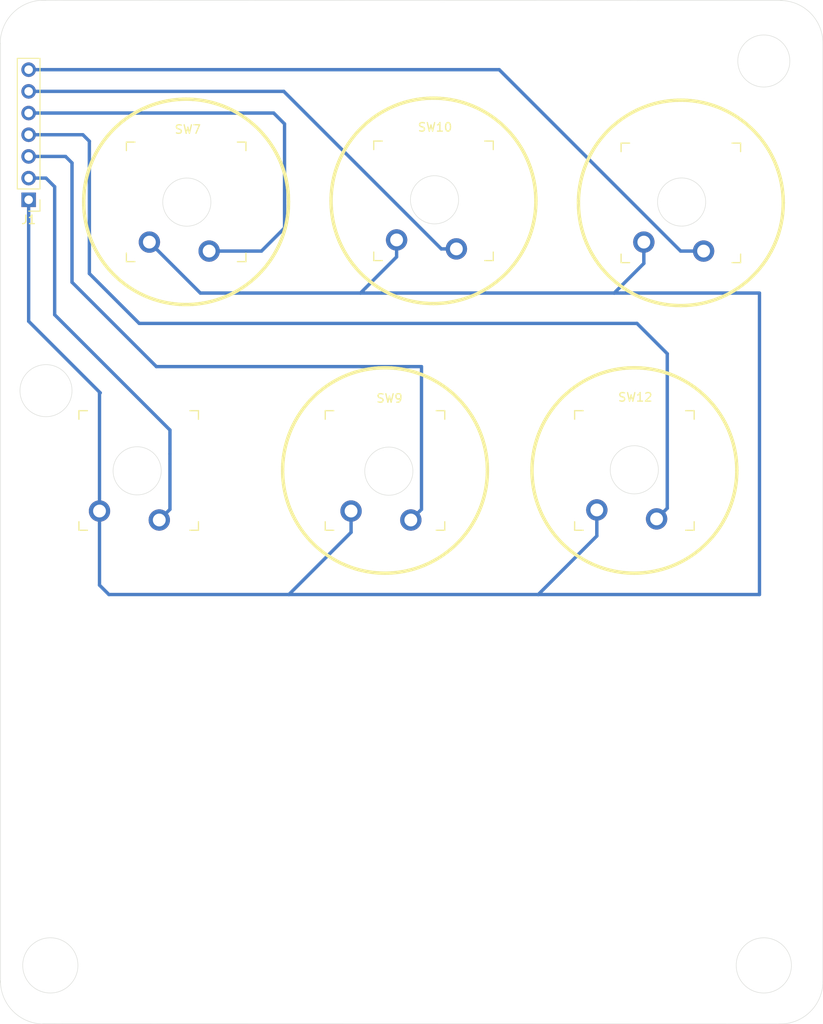
<source format=kicad_pcb>
(kicad_pcb (version 20240108) (generator "pcbnew") (generator_version "8.0")
  (layers (0 "F.Cu" signal "B.Cu") (31 "B.Cu" signal) (34 "B.Paste" user) (35 "F.Paste" user) (36 "B.SilkS" user "B.Silkscreen") (37 "F.SilkS" user "F.Silkscreen") (38 "B.Mask" user) (39 "F.Mask" user) (44 "Edge.Cuts" user))
  (net 0 "")
  (net 1 "GNDREF")
  (net 2 "Net-(J1-Pin_3)")
  (net 3 "Net-(J1-Pin_7)")
  (net 4 "Net-(J1-Pin_4)")
  (net 5 "Net-(J1-Pin_2)")
  (net 6 "Net-(J1-Pin_6)")
  (net 7 "Net-(J1-Pin_5)")
  (footprint "Connector_PinHeader_2.54mm:PinHeader_1x07_P2.54mm_Vertical" (layer "B.Cu") (at 156.972 53.34 180)
    (property "Reference" "J1")
    (property "Value" "Conn_01x07_Pin")
  )
  (footprint "fingerpunch:gateron-ks27" (layer "B.Cu") (at 175.514 53.594)
    (property "Reference" "SW7")
    (property "Value" "SW_SPST")
  )
  (footprint "fingerpunch:gateron-ks27" (layer "B.Cu") (at 169.672 85.09)
    (property "Reference" "SW8" (hide yes))
    (property "Value" "SW_SPST")
  )
  (footprint "fingerpunch:gateron-ks27" (layer "B.Cu") (at 227.92 84.962)
    (property "Reference" "SW12")
    (property "Value" "SW_SPST")
  )
  (footprint "fingerpunch:gateron-ks27" (layer "B.Cu") (at 199.136 85.09)
    (property "Reference" "SW9")
    (property "Value" "SW_SPST")
  )
  (footprint "fingerpunch:gateron-ks27" (layer "B.Cu") (at 204.47 53.34)
    (property "Reference" "SW10")
    (property "Value" "SW_SPST")
  )
  (footprint "fingerpunch:gateron-ks27" (layer "B.Cu") (at 233.426 53.594)
    (property "Reference" "SW11" (hide yes))
    (property "Value" "SW_SPST")
  )
  (gr_line (start 216.84499 89.65488) (end 216.70138 89.29215) (stroke (width 0.396875)) (layer "F.SilkS"))
  (gr_line (start 187.41003 53.58152) (end 187.40336 53.98335) (stroke (width 0.396875)) (layer "F.SilkS"))
  (gr_line (start 195.63214 96.66181) (end 195.25526 96.55481) (stroke (width 0.396875)) (layer "F.SilkS"))
  (gr_line (start 221.3922 52.89828) (end 221.42519 52.5011) (stroke (width 0.396875)) (layer "F.SilkS"))
  (gr_line (start 189.42716 92.65255) (end 189.1857 92.34648) (stroke (width 0.396875)) (layer "F.SilkS"))
  (gr_line (start 192.91645 56.97805) (end 192.80829 56.60137) (stroke (width 0.396875)) (layer "F.SilkS"))
  (gr_line (start 238.30841 91.05103) (end 238.10885 91.38502) (stroke (width 0.396875)) (layer "F.SilkS"))
  (gr_line (start 216.34112 81.89931) (end 216.44928 81.52263) (stroke (width 0.396875)) (layer "F.SilkS"))
  (gr_line (start 175.41529 41.55429) (end 175.80353 41.56059) (stroke (width 0.396875)) (layer "F.SilkS"))
  (gr_line (start 174.63913 41.57947) (end 175.02705 41.56059) (stroke (width 0.396875)) (layer "F.SilkS"))
  (gr_line (start 221.52978 51.7152) (end 221.60107 51.32704) (stroke (width 0.396875)) (layer "F.SilkS"))
  (gr_line (start 199.45552 64.42674) (end 199.09598 64.2568) (stroke (width 0.396875)) (layer "F.SilkS"))
  (gr_line (start 199.09598 42.66972) (end 199.45552 42.49977) (stroke (width 0.396875)) (layer "F.SilkS"))
  (gr_line (start 173.86549 65.50803) (end 173.4804 65.45139) (stroke (width 0.396875)) (layer "F.SilkS"))
  (gr_line (start 233.36036 41.67254) (end 233.7486 41.67884) (stroke (width 0.396875)) (layer "F.SilkS"))
  (gr_line (start 237.89858 91.71244) (end 237.67775 92.03302) (stroke (width 0.396875)) (layer "F.SilkS"))
  (gr_line (start 215.30838 48.48828) (end 215.4635 48.8458) (stroke (width 0.396875)) (layer "F.SilkS"))
  (gr_line (start 238.56057 64.54098) (end 238.02925 64.78183) (stroke (width 0.396875)) (layer "F.SilkS"))
  (gr_line (start 174.63913 65.58357) (end 174.25184 65.55209) (stroke (width 0.396875)) (layer "F.SilkS"))
  (gr_line (start 163.83576 50.4434) (end 163.94392 50.06673) (stroke (width 0.396875)) (layer "F.SilkS"))
  (gr_line (start 240.99013 62.98056) (end 240.537 63.33761) (stroke (width 0.396875)) (layer "F.SilkS"))
  (gr_line (start 238.67474 90.36445) (end 238.49709 90.71075) (stroke (width 0.396875)) (layer "F.SilkS"))
  (gr_line (start 175.86 92.04) (end 176.86 92.04) (stroke (width 0.15)) (layer "F.SilkS"))
  (gr_line (start 220.60007 94.56514) (end 220.29133 94.31847) (stroke (width 0.396875)) (layer "F.SilkS"))
  (gr_line (start 171.58494 64.97931) (end 171.21405 64.84713) (stroke (width 0.396875)) (layer "F.SilkS"))
  (gr_line (start 238.30841 79.02381) (end 238.49709 79.36409) (stroke (width 0.396875)) (layer "F.SilkS"))
  (gr_line (start 243.61858 59.93632) (end 243.30658 60.4243) (stroke (width 0.396875)) (layer "F.SilkS"))
  (gr_line (start 182.0916 43.58946) (end 182.41815 43.8167) (stroke (width 0.396875)) (layer "F.SilkS"))
  (gr_line (start 234.92 91.04) (end 234.92 92.04) (stroke (width 0.15)) (layer "F.SilkS"))
  (gr_line (start 217.00011 80.06244) (end 217.16658 79.71039) (stroke (width 0.396875)) (layer "F.SilkS"))
  (gr_line (start 234.92352 75.2726) (end 235.24124 75.5097) (stroke (width 0.396875)) (layer "F.SilkS"))
  (gr_line (start 173.4804 65.45139) (end 173.0969 65.38215) (stroke (width 0.396875)) (layer "F.SilkS"))
  (gr_line (start 210.0348 42.85225) (end 210.3852 43.04738) (stroke (width 0.396875)) (layer "F.SilkS"))
  (gr_line (start 168.09471 44.0538) (end 168.41244 43.8167) (stroke (width 0.396875)) (layer "F.SilkS"))
  (gr_line (start 200.18658 42.19764) (end 200.55748 42.06546) (stroke (width 0.396875)) (layer "F.SilkS"))
  (gr_line (start 204.35854 74.42642) (end 204.70893 74.62154) (stroke (width 0.396875)) (layer "F.SilkS"))
  (gr_line (start 208.9565 64.5841) (end 208.58908 64.72887) (stroke (width 0.396875)) (layer "F.SilkS"))
  (gr_line (start 221.38123 54.31869) (end 221.36562 53.69977) (stroke (width 0.396875)) (layer "F.SilkS"))
  (gr_line (start 186.72349 85.43925) (end 186.71682 85.03742) (stroke (width 0.396875)) (layer "F.SilkS"))
  (gr_line (start 221.92329 95.4533) (end 221.57957 95.24659) (stroke (width 0.396875)) (layer "F.SilkS"))
  (gr_line (start 216.09008 83.05285) (end 216.16137 82.66469) (stroke (width 0.396875)) (layer "F.SilkS"))
  (gr_line (start 206.6405 76.01236) (end 206.93082 76.27737) (stroke (width 0.396875)) (layer "F.SilkS"))
  (gr_line (start 228.16015 64.54098) (end 227.64296 64.27537) (stroke (width 0.396875)) (layer "F.SilkS"))
  (gr_line (start 214.14492 46.46766) (end 214.36575 46.78824) (stroke (width 0.396875)) (layer "F.SilkS"))
  (gr_line (start 192.37047 74.82825) (end 192.71419 74.62154) (stroke (width 0.396875)) (layer "F.SilkS"))
  (gr_line (start 215.9525 85.8389) (end 215.93259 85.43925) (stroke (width 0.396875)) (layer "F.SilkS"))
  (gr_line (start 212.88794 44.97698) (end 213.15919 45.25924) (stroke (width 0.396875)) (layer "F.SilkS"))
  (gr_line (start 197.39 47.46) (end 197.39 46.46) (stroke (width 0.15)) (layer "F.SilkS"))
  (gr_line (start 195.88771 61.94953) (end 195.61647 61.66727) (stroke (width 0.396875)) (layer "F.SilkS"))
  (gr_line (start 239.2719 88.92451) (end 239.13994 89.29215) (stroke (width 0.396875)) (layer "F.SilkS"))
  (gr_line (start 235.29525 41.8299) (end 235.67876 41.89914) (stroke (width 0.396875)) (layer "F.SilkS"))
  (gr_line (start 236.13991 76.27737) (end 236.42077 76.55115) (stroke (width 0.396875)) (layer "F.SilkS"))
  (gr_line (start 228.79169 42.57892) (end 229.15911 42.43415) (stroke (width 0.396875)) (layer "F.SilkS"))
  (gr_line (start 186.49096 48.96406) (end 186.63458 49.32678) (stroke (width 0.396875)) (layer "F.SilkS"))
  (gr_line (start 225.43142 44.6747) (end 225.73103 44.41872) (stroke (width 0.396875)) (layer "F.SilkS"))
  (gr_line (start 220.29133 94.31847) (end 219.99172 94.06249) (stroke (width 0.396875)) (layer "F.SilkS"))
  (gr_line (start 239.50019 81.89931) (end 239.59622 82.28008) (stroke (width 0.396875)) (layer "F.SilkS"))
  (gr_line (start 223.35199 96.15827) (end 222.98835 96.00091) (stroke (width 0.396875)) (layer "F.SilkS"))
  (gr_line (start 239.13994 80.78269) (end 239.2719 81.15033) (stroke (width 0.396875)) (layer "F.SilkS"))
  (gr_line (start 186.16938 48.25449) (end 186.33584 48.60654) (stroke (width 0.396875)) (layer "F.SilkS"))
  (gr_line (start 215.60711 57.71799) (end 215.4635 58.08071) (stroke (width 0.396875)) (layer "F.SilkS"))
  (gr_line (start 169.41792 63.9974) (end 169.0742 63.79069) (stroke (width 0.396875)) (layer "F.SilkS"))
  (gr_line (start 191.7087 75.2726) (end 192.03525 75.04536) (stroke (width 0.396875)) (layer "F.SilkS"))
  (gr_line (start 215.73907 57.35034) (end 215.60711 57.71799) (stroke (width 0.396875)) (layer "F.SilkS"))
  (gr_line (start 208.46865 78.04182) (end 208.68948 78.3624) (stroke (width 0.396875)) (layer "F.SilkS"))
  (gr_line (start 209.28799 79.36409) (end 209.46564 79.71039) (stroke (width 0.396875)) (layer "F.SilkS"))
  (gr_line (start 179.61654 42.3159) (end 179.98396 42.46067) (stroke (width 0.396875)) (layer "F.SilkS"))
  (gr_line (start 213.67223 45.84812) (end 213.91369 46.1542) (stroke (width 0.396875)) (layer "F.SilkS"))
  (gr_line (start 217.94274 78.3624) (end 218.16357 78.04182) (stroke (width 0.396875)) (layer "F.SilkS"))
  (gr_line (start 206.93082 93.79747) (end 206.6405 94.06249) (stroke (width 0.396875)) (layer "F.SilkS"))
  (gr_line (start 193.46728 48.48828) (end 193.63375 48.13623) (stroke (width 0.396875)) (layer "F.SilkS"))
  (gr_line (start 219.42054 76.55115) (end 219.7014 76.27737) (stroke (width 0.396875)) (layer "F.SilkS"))
  (gr_line (start 236.9535 77.12388) (end 237.20506 77.42229) (stroke (width 0.396875)) (layer "F.SilkS"))
  (gr_line (start 235.24124 94.56514) (end 234.92352 94.80224) (stroke (width 0.396875)) (layer "F.SilkS"))
  (gr_line (start 241.42535 62.60254) (end 240.99013 62.98056) (stroke (width 0.396875)) (layer "F.SilkS"))
  (gr_line (start 225.14111 44.93972) (end 225.43142 44.6747) (stroke (width 0.396875)) (layer "F.SilkS"))
  (gr_line (start 221.92329 74.62154) (end 222.27368 74.42642) (stroke (width 0.396875)) (layer "F.SilkS"))
  (gr_line (start 193.77925 96.00091) (end 193.41971 95.83096) (stroke (width 0.396875)) (layer "F.SilkS"))
  (gr_line (start 198.32332 73.01649) (end 198.71156 73.0102) (stroke (width 0.396875)) (layer "F.SilkS"))
  (gr_line (start 176.57875 65.55209) (end 176.19145 65.58357) (stroke (width 0.396875)) (layer "F.SilkS"))
  (gr_line (start 164.06405 49.69443) (end 164.19601 49.32678) (stroke (width 0.396875)) (layer "F.SilkS"))
  (gr_line (start 178.1153 65.30032) (end 177.73369 65.38215) (stroke (width 0.396875)) (layer "F.SilkS"))
  (gr_line (start 205.71442 94.80224) (end 205.38787 95.02948) (stroke (width 0.396875)) (layer "F.SilkS"))
  (gr_line (start 170.84662 64.70236) (end 170.48298 64.545) (stroke (width 0.396875)) (layer "F.SilkS"))
  (gr_line (start 175.02705 41.56059) (end 175.41529 41.55429) (stroke (width 0.396875)) (layer "F.SilkS"))
  (gr_line (start 231.00008 96.66181) (end 230.62067 96.75622) (stroke (width 0.396875)) (layer "F.SilkS"))
  (gr_line (start 243.30658 60.4243) (end 242.97217 60.89585) (stroke (width 0.396875)) (layer "F.SilkS"))
  (gr_line (start 163.58471 55.56608) (end 163.52604 55.17464) (stroke (width 0.396875)) (layer "F.SilkS"))
  (gr_line (start 228.3089 73.01649) (end 228.69682 73.03537) (stroke (width 0.396875)) (layer "F.SilkS"))
  (gr_line (start 177.73369 65.38215) (end 177.35018 65.45139) (stroke (width 0.396875)) (layer "F.SilkS"))
  (gr_line (start 245.34843 53.29793) (end 245.3551 53.69977) (stroke (width 0.396875)) (layer "F.SilkS"))
  (gr_line (start 226.36 47.7) (end 226.36 46.7) (stroke (width 0.15)) (layer "F.SilkS"))
  (gr_line (start 221.24435 75.04536) (end 221.57957 74.82825) (stroke (width 0.396875)) (layer "F.SilkS"))
  (gr_line (start 193.06459 95.64843) (end 192.71419 95.4533) (stroke (width 0.396875)) (layer "F.SilkS"))
  (gr_line (start 194.86196 60.77232) (end 194.63074 60.45886) (stroke (width 0.396875)) (layer "F.SilkS"))
  (gr_line (start 223.71941 96.30303) (end 223.35199 96.15827) (stroke (width 0.396875)) (layer "F.SilkS"))
  (gr_line (start 224.589 45.49575) (end 224.86025 45.21349) (stroke (width 0.396875)) (layer "F.SilkS"))
  (gr_line (start 212.01716 62.7443) (end 211.70841 62.99098) (stroke (width 0.396875)) (layer "F.SilkS"))
  (gr_line (start 237.19071 42.30197) (end 237.56161 42.43415) (stroke (width 0.396875)) (layer "F.SilkS"))
  (gr_line (start 188.13513 90.71075) (end 187.95748 90.36445) (stroke (width 0.396875)) (layer "F.SilkS"))
  (gr_line (start 185.60348 59.92912) (end 185.39321 60.25654) (stroke (width 0.396875)) (layer "F.SilkS"))
  (gr_line (start 236.13991 93.79747) (end 235.8496 94.06249) (stroke (width 0.396875)) (layer "F.SilkS"))
  (gr_line (start 242.23908 61.7866) (end 241.84192 62.2043) (stroke (width 0.396875)) (layer "F.SilkS"))
  (gr_line (start 199.0998 97.05835) (end 198.71156 97.06465) (stroke (width 0.396875)) (layer "F.SilkS"))
  (gr_line (start 237.89858 78.3624) (end 238.10885 78.68982) (stroke (width 0.396875)) (layer "F.SilkS"))
  (gr_line (start 238.29267 42.73628) (end 238.65221 42.90623) (stroke (width 0.396875)) (layer "F.SilkS"))
  (gr_line (start 190.21145 93.52369) (end 189.9402 93.24143) (stroke (width 0.396875)) (layer "F.SilkS"))
  (gr_line (start 224.46435 73.52004) (end 224.84124 73.41303) (stroke (width 0.396875)) (layer "F.SilkS"))
  (gr_line (start 186.33584 58.5565) (end 186.16938 58.90854) (stroke (width 0.396875)) (layer "F.SilkS"))
  (gr_line (start 231.53368 65.58841) (end 230.943 65.48264) (stroke (width 0.396875)) (layer "F.SilkS"))
  (gr_line (start 214.96426 59.13659) (end 214.77558 59.47687) (stroke (width 0.396875)) (layer "F.SilkS"))
  (gr_line (start 220.92 92.04) (end 221.92 92.04) (stroke (width 0.15)) (layer "F.SilkS"))
  (gr_line (start 240.98969 44.41872) (end 241.2893 44.6747) (stroke (width 0.396875)) (layer "F.SilkS"))
  (gr_line (start 190.49231 93.79747) (end 190.21145 93.52369) (stroke (width 0.396875)) (layer "F.SilkS"))
  (gr_line (start 197.16176 73.11091) (end 197.54811 73.06685) (stroke (width 0.396875)) (layer "F.SilkS"))
  (gr_line (start 226.36 60.7) (end 227.36 60.7) (stroke (width 0.15)) (layer "F.SilkS"))
  (gr_line (start 209.09931 91.05103) (end 208.89975 91.38502) (stroke (width 0.396875)) (layer "F.SilkS"))
  (gr_line (start 187.36032 88.92451) (end 187.24019 88.55221) (stroke (width 0.396875)) (layer "F.SilkS"))
  (gr_line (start 223.83449 46.39071) (end 224.07596 46.08463) (stroke (width 0.396875)) (layer "F.SilkS"))
  (gr_line (start 228.69682 73.03537) (end 229.08411 73.06685) (stroke (width 0.396875)) (layer "F.SilkS"))
  (gr_line (start 181.42 60.58) (end 182.42 60.58) (stroke (width 0.15)) (layer "F.SilkS"))
  (gr_line (start 210.0628 88.92451) (end 209.93084 89.29215) (stroke (width 0.396875)) (layer "F.SilkS"))
  (gr_line (start 242.61608 61.3502) (end 242.23908 61.7866) (stroke (width 0.396875)) (layer "F.SilkS"))
  (gr_line (start 234.59697 95.02948) (end 234.26175 95.24659) (stroke (width 0.396875)) (layer "F.SilkS"))
  (gr_line (start 201.79098 96.66181) (end 201.41157 96.75622) (stroke (width 0.396875)) (layer "F.SilkS"))
  (gr_line (start 191.7087 94.80224) (end 191.39098 94.56514) (stroke (width 0.396875)) (layer "F.SilkS"))
  (gr_line (start 165.88943 46.27246) (end 166.1309 45.96638) (stroke (width 0.396875)) (layer "F.SilkS"))
  (gr_line (start 172.71528 65.30032) (end 172.33587 65.20591) (stroke (width 0.396875)) (layer "F.SilkS"))
  (gr_line (start 245.21689 55.53139) (end 245.11141 56.12367) (stroke (width 0.396875)) (layer "F.SilkS"))
  (gr_line (start 173.0969 41.78089) (end 173.4804 41.71165) (stroke (width 0.396875)) (layer "F.SilkS"))
  (gr_line (start 242.88623 46.39071) (end 243.11745 46.70417) (stroke (width 0.396875)) (layer "F.SilkS"))
  (gr_line (start 186.33584 48.60654) (end 186.49096 48.96406) (stroke (width 0.396875)) (layer "F.SilkS"))
  (gr_line (start 210.67972 84.23594) (end 210.69963 84.63559) (stroke (width 0.396875)) (layer "F.SilkS"))
  (gr_line (start 218.16357 92.03302) (end 217.94274 91.71244) (stroke (width 0.396875)) (layer "F.SilkS"))
  (gr_line (start 221.78083 50.56165) (end 221.88899 50.18498) (stroke (width 0.396875)) (layer "F.SilkS"))
  (gr_line (start 185.17239 60.57712) (end 184.94116 60.89058) (stroke (width 0.396875)) (layer "F.SilkS"))
  (gr_line (start 208.68948 91.71244) (end 208.46865 92.03302) (stroke (width 0.396875)) (layer "F.SilkS"))
  (gr_line (start 196.01155 96.75622) (end 195.63214 96.66181) (stroke (width 0.396875)) (layer "F.SilkS"))
  (gr_line (start 237.20506 92.65255) (end 236.9535 92.95096) (stroke (width 0.396875)) (layer "F.SilkS"))
  (gr_line (start 186.72349 84.63559) (end 186.7434 84.23594) (stroke (width 0.396875)) (layer "F.SilkS"))
  (gr_line (start 186.71682 85.03742) (end 186.72349 84.63559) (stroke (width 0.396875)) (layer "F.SilkS"))
  (gr_line (start 239.36 60.7) (end 240.36 60.7) (stroke (width 0.15)) (layer "F.SilkS"))
  (gr_line (start 239.2719 81.15033) (end 239.39203 81.52263) (stroke (width 0.396875)) (layer "F.SilkS"))
  (gr_line (start 244.57964 49.44503) (end 244.7116 49.81268) (stroke (width 0.396875)) (layer "F.SilkS"))
  (gr_line (start 216.70138 80.78269) (end 216.84499 80.41997) (stroke (width 0.396875)) (layer "F.SilkS"))
  (gr_line (start 180.70714 64.37506) (end 180.3476 64.545) (stroke (width 0.396875)) (layer "F.SilkS"))
  (gr_line (start 216.56942 81.15033) (end 216.70138 80.78269) (stroke (width 0.396875)) (layer "F.SilkS"))
  (gr_line (start 168.41244 43.8167) (end 168.73899 43.58946) (stroke (width 0.396875)) (layer "F.SilkS"))
  (gr_line (start 192.37047 95.24659) (end 192.03525 95.02948) (stroke (width 0.396875)) (layer "F.SilkS"))
  (gr_line (start 212.31677 44.43819) (end 212.60708 44.70321) (stroke (width 0.396875)) (layer "F.SilkS"))
  (gr_line (start 205.05265 74.82825) (end 205.38787 75.04536) (stroke (width 0.396875)) (layer "F.SilkS"))
  (gr_line (start 236.69202 76.83341) (end 236.9535 77.12388) (stroke (width 0.396875)) (layer "F.SilkS"))
  (gr_line (start 200.26136 96.96394) (end 199.87502 97.008) (stroke (width 0.396875)) (layer "F.SilkS"))
  (gr_line (start 201.30841 41.83887) (end 201.68782 41.74445) (stroke (width 0.396875)) (layer "F.SilkS"))
  (gr_line (start 201.79098 73.41303) (end 202.16787 73.52004) (stroke (width 0.396875)) (layer "F.SilkS"))
  (gr_line (start 216.06339 56.22059) (end 215.96736 56.60137) (stroke (width 0.396875)) (layer "F.SilkS"))
  (gr_line (start 163.42723 53.17968) (end 163.44714 52.78004) (stroke (width 0.396875)) (layer "F.SilkS"))
  (gr_line (start 197.39 60.46) (end 197.39 59.46) (stroke (width 0.15)) (layer "F.SilkS"))
  (gr_line (start 214.57602 59.81086) (end 214.36575 60.13828) (stroke (width 0.396875)) (layer "F.SilkS"))
  (gr_line (start 187.35046 54.78019) (end 187.30455 55.17464) (stroke (width 0.396875)) (layer "F.SilkS"))
  (gr_line (start 239.9154 85.03742) (end 239.9154 85.03742) (stroke (width 0.396875)) (layer "F.SilkS"))
  (gr_line (start 194.19964 59.81086) (end 194.00008 59.47687) (stroke (width 0.396875)) (layer "F.SilkS"))
  (gr_line (start 194.40991 46.78824) (end 194.63074 46.46766) (stroke (width 0.396875)) (layer "F.SilkS"))
  (gr_line (start 206.03215 94.56514) (end 205.71442 94.80224) (stroke (width 0.396875)) (layer "F.SilkS"))
  (gr_line (start 208.21818 64.86105) (end 207.84413 64.98064) (stroke (width 0.396875)) (layer "F.SilkS"))
  (gr_line (start 210.54214 83.05285) (end 210.60082 83.4443) (stroke (width 0.396875)) (layer "F.SilkS"))
  (gr_line (start 212.60708 44.70321) (end 212.88794 44.97698) (stroke (width 0.396875)) (layer "F.SilkS"))
  (gr_line (start 164.19601 57.83625) (end 164.06405 57.46861) (stroke (width 0.396875)) (layer "F.SilkS"))
  (gr_line (start 212.60708 62.22331) (end 212.31677 62.48832) (stroke (width 0.396875)) (layer "F.SilkS"))
  (gr_line (start 169.0742 63.79069) (end 168.73899 63.57358) (stroke (width 0.396875)) (layer "F.SilkS"))
  (gr_line (start 222.97261 47.68615) (end 223.17217 47.35217) (stroke (width 0.396875)) (layer "F.SilkS"))
  (gr_line (start 195.88771 44.97698) (end 196.16857 44.70321) (stroke (width 0.396875)) (layer "F.SilkS"))
  (gr_line (start 234.92352 94.80224) (end 234.59697 95.02948) (stroke (width 0.396875)) (layer "F.SilkS"))
  (gr_line (start 167.48635 44.55645) (end 167.78596 44.30047) (stroke (width 0.396875)) (layer "F.SilkS"))
  (gr_line (start 179.61654 64.84713) (end 179.24565 64.97931) (stroke (width 0.396875)) (layer "F.SilkS"))
  (gr_line (start 165.2271 59.92912) (end 165.02755 59.59513) (stroke (width 0.396875)) (layer "F.SilkS"))
  (gr_line (start 216.2451 87.79476) (end 216.16137 87.41015) (stroke (width 0.396875)) (layer "F.SilkS"))
  (gr_line (start 185.80304 47.56791) (end 185.99172 47.90819) (stroke (width 0.396875)) (layer "F.SilkS"))
  (gr_line (start 176.57875 41.61094) (end 176.96509 41.655) (stroke (width 0.396875)) (layer "F.SilkS"))
  (gr_line (start 197.9354 73.03537) (end 198.32332 73.01649) (stroke (width 0.396875)) (layer "F.SilkS"))
  (gr_line (start 224.09031 73.63963) (end 224.46435 73.52004) (stroke (width 0.396875)) (layer "F.SilkS"))
  (gr_line (start 239.85583 86.23609) (end 239.80991 86.63054) (stroke (width 0.396875)) (layer "F.SilkS"))
  (gr_line (start 224.07596 46.08463) (end 224.32752 45.78622) (stroke (width 0.396875)) (layer "F.SilkS"))
  (gr_line (start 163.58471 51.59695) (end 163.656 51.20879) (stroke (width 0.396875)) (layer "F.SilkS"))
  (gr_line (start 242.64476 46.08463) (end 242.88623 46.39071) (stroke (width 0.396875)) (layer "F.SilkS"))
  (gr_line (start 187.38345 54.383) (end 187.35046 54.78019) (stroke (width 0.396875)) (layer "F.SilkS"))
  (gr_line (start 239.70145 43.49059) (end 240.03667 43.70771) (stroke (width 0.396875)) (layer "F.SilkS"))
  (gr_line (start 226.7572 97.008) (end 226.37086 96.96394) (stroke (width 0.396875)) (layer "F.SilkS"))
  (gr_line (start 210.69963 84.63559) (end 210.7063 85.03742) (stroke (width 0.396875)) (layer "F.SilkS"))
  (gr_line (start 210.47085 82.66469) (end 210.54214 83.05285) (stroke (width 0.396875)) (layer "F.SilkS"))
  (gr_line (start 187.63589 89.65488) (end 187.49228 89.29215) (stroke (width 0.396875)) (layer "F.SilkS"))
  (gr_line (start 238.99633 80.41997) (end 239.13994 80.78269) (stroke (width 0.396875)) (layer "F.SilkS"))
  (gr_line (start 236.81667 42.18238) (end 237.19071 42.30197) (stroke (width 0.396875)) (layer "F.SilkS"))
  (gr_line (start 193.41971 74.24388) (end 193.77925 74.07393) (stroke (width 0.396875)) (layer "F.SilkS"))
  (gr_line (start 205.71 78.04) (end 204.71 78.04) (stroke (width 0.15)) (layer "F.SilkS"))
  (gr_line (start 215.8592 56.97805) (end 215.73907 57.35034) (stroke (width 0.396875)) (layer "F.SilkS"))
  (gr_line (start 224.86025 45.21349) (end 225.14111 44.93972) (stroke (width 0.396875)) (layer "F.SilkS"))
  (gr_line (start 163.83576 56.71963) (end 163.73973 56.33886) (stroke (width 0.396875)) (layer "F.SilkS"))
  (gr_line (start 217.94274 91.71244) (end 217.73247 91.38502) (stroke (width 0.396875)) (layer "F.SilkS"))
  (gr_line (start 235.24124 75.5097) (end 235.54999 75.75637) (stroke (width 0.396875)) (layer "F.SilkS"))
  (gr_line (start 183.34423 44.55645) (end 183.63455 44.82147) (stroke (width 0.396875)) (layer "F.SilkS"))
  (gr_line (start 198.71156 97.06465) (end 198.32332 97.05835) (stroke (width 0.396875)) (layer "F.SilkS"))
  (gr_line (start 227.36299 43.28388) (end 227.71339 43.08876) (stroke (width 0.396875)) (layer "F.SilkS"))
  (gr_line (start 227.71339 43.08876) (end 228.06851 42.90623) (stroke (width 0.396875)) (layer "F.SilkS"))
  (gr_line (start 229.23617 64.99718) (end 228.69147 64.78183) (stroke (width 0.396875)) (layer "F.SilkS"))
  (gr_line (start 174.25184 65.55209) (end 173.86549 65.50803) (stroke (width 0.396875)) (layer "F.SilkS"))
  (gr_line (start 214.57602 47.11566) (end 214.77558 47.44965) (stroke (width 0.396875)) (layer "F.SilkS"))
  (gr_line (start 220.92 79.04) (end 220.92 78.04) (stroke (width 0.15)) (layer "F.SilkS"))
  (gr_line (start 244.28091 48.72479) (end 244.43603 49.08231) (stroke (width 0.396875)) (layer "F.SilkS"))
  (gr_line (start 216.56942 88.92451) (end 216.44928 88.55221) (stroke (width 0.396875)) (layer "F.SilkS"))
  (gr_line (start 238.84121 80.06244) (end 238.99633 80.41997) (stroke (width 0.396875)) (layer "F.SilkS"))
  (gr_line (start 170.12344 42.78798) (end 170.48298 42.61803) (stroke (width 0.396875)) (layer "F.SilkS"))
  (gr_line (start 191.71 92.04) (end 191.71 91.04) (stroke (width 0.15)) (layer "F.SilkS"))
  (gr_line (start 205.38787 95.02948) (end 205.05265 95.24659) (stroke (width 0.396875)) (layer "F.SilkS"))
  (gr_line (start 209.28799 90.71075) (end 209.09931 91.05103) (stroke (width 0.396875)) (layer "F.SilkS"))
  (gr_line (start 193.63375 48.13623) (end 193.8114 47.78993) (stroke (width 0.396875)) (layer "F.SilkS"))
  (gr_line (start 221.92 78.04) (end 220.92 78.04) (stroke (width 0.15)) (layer "F.SilkS"))
  (gr_line (start 239.88882 84.23594) (end 239.90873 84.63559) (stroke (width 0.396875)) (layer "F.SilkS"))
  (gr_line (start 164.66121 58.90854) (end 164.49474 58.5565) (stroke (width 0.396875)) (layer "F.SilkS"))
  (gr_line (start 231.37696 96.55481) (end 231.00008 96.66181) (stroke (width 0.396875)) (layer "F.SilkS"))
  (gr_line (start 210.64673 83.83875) (end 210.67972 84.23594) (stroke (width 0.396875)) (layer "F.SilkS"))
  (gr_line (start 195.63214 73.41303) (end 196.01155 73.31862) (stroke (width 0.396875)) (layer "F.SilkS"))
  (gr_line (start 229.15911 42.43415) (end 229.53001 42.30197) (stroke (width 0.396875)) (layer "F.SilkS"))
  (gr_line (start 244.43603 49.08231) (end 244.57964 49.44503) (stroke (width 0.396875)) (layer "F.SilkS"))
  (gr_line (start 232.12191 96.30303) (end 231.75101 96.43521) (stroke (width 0.396875)) (layer "F.SilkS"))
  (gr_line (start 242.97217 60.89585) (end 242.61608 61.3502) (stroke (width 0.396875)) (layer "F.SilkS"))
  (gr_line (start 164.66121 48.25449) (end 164.83886 47.90819) (stroke (width 0.396875)) (layer "F.SilkS"))
  (gr_line (start 182.73588 63.10924) (end 182.41815 63.34634) (stroke (width 0.396875)) (layer "F.SilkS"))
  (gr_line (start 234.91016 41.77325) (end 235.29525 41.8299) (stroke (width 0.396875)) (layer "F.SilkS"))
  (gr_line (start 165.6582 46.58592) (end 165.88943 46.27246) (stroke (width 0.396875)) (layer "F.SilkS"))
  (gr_line (start 178.49471 65.20591) (end 178.1153 65.30032) (stroke (width 0.396875)) (layer "F.SilkS"))
  (gr_line (start 222.81332 59.43265) (end 222.54843 58.91406) (stroke (width 0.396875)) (layer "F.SilkS"))
  (gr_line (start 210.18294 88.55221) (end 210.0628 88.92451) (stroke (width 0.396875)) (layer "F.SilkS"))
  (gr_line (start 197.71152 43.4712) (end 198.04674 43.25409) (stroke (width 0.396875)) (layer "F.SilkS"))
  (gr_line (start 205.93763 41.53674) (end 206.32272 41.59339) (stroke (width 0.396875)) (layer "F.SilkS"))
  (gr_line (start 197.38497 43.69844) (end 197.71152 43.4712) (stroke (width 0.396875)) (layer "F.SilkS"))
  (gr_line (start 166.91518 45.09524) (end 167.19604 44.82147) (stroke (width 0.396875)) (layer "F.SilkS"))
  (gr_line (start 214.36575 46.78824) (end 214.57602 47.11566) (stroke (width 0.396875)) (layer "F.SilkS"))
  (gr_line (start 163.94392 50.06673) (end 164.06405 49.69443) (stroke (width 0.396875)) (layer "F.SilkS"))
  (gr_line (start 238.99633 89.65488) (end 238.84121 90.0124) (stroke (width 0.396875)) (layer "F.SilkS"))
  (gr_line (start 180.3476 64.545) (end 179.98396 64.70236) (stroke (width 0.396875)) (layer "F.SilkS"))
  (gr_line (start 229.85555 96.90729) (end 229.47046 96.96394) (stroke (width 0.396875)) (layer "F.SilkS"))
  (gr_line (start 225.22065 73.31862) (end 225.60226 73.23679) (stroke (width 0.396875)) (layer "F.SilkS"))
  (gr_line (start 202.16787 96.55481) (end 201.79098 96.66181) (stroke (width 0.396875)) (layer "F.SilkS"))
  (gr_line (start 244.11444 48.37274) (end 244.28091 48.72479) (stroke (width 0.396875)) (layer "F.SilkS"))
  (gr_line (start 232.5842 41.69772) (end 232.97212 41.67884) (stroke (width 0.396875)) (layer "F.SilkS"))
  (gr_line (start 239.07776 64.27537) (end 238.56057 64.54098) (stroke (width 0.396875)) (layer "F.SilkS"))
  (gr_line (start 206.32272 65.33312) (end 205.93763 65.38977) (stroke (width 0.396875)) (layer "F.SilkS"))
  (gr_line (start 196.77667 73.16755) (end 197.16176 73.11091) (stroke (width 0.396875)) (layer "F.SilkS"))
  (gr_line (start 233.21251 74.24388) (end 233.56763 74.42642) (stroke (width 0.396875)) (layer "F.SilkS"))
  (gr_line (start 235.8496 94.06249) (end 235.54999 94.31847) (stroke (width 0.396875)) (layer "F.SilkS"))
  (gr_line (start 187.17459 51.20879) (end 187.24587 51.59695) (stroke (width 0.396875)) (layer "F.SilkS"))
  (gr_line (start 231.75101 73.63963) (end 232.12191 73.77181) (stroke (width 0.396875)) (layer "F.SilkS"))
  (gr_line (start 199.87502 73.06685) (end 200.26136 73.11091) (stroke (width 0.396875)) (layer "F.SilkS"))
  (gr_line (start 202.06943 65.26389) (end 201.68782 65.18206) (stroke (width 0.396875)) (layer "F.SilkS"))
  (gr_line (start 167.19604 62.34157) (end 166.91518 62.06779) (stroke (width 0.396875)) (layer "F.SilkS"))
  (gr_line (start 216.27708 51.87014) (end 216.323 52.26459) (stroke (width 0.396875)) (layer "F.SilkS"))
  (gr_line (start 205.55128 65.43383) (end 205.16399 65.4653) (stroke (width 0.396875)) (layer "F.SilkS"))
  (gr_line (start 198.04674 43.25409) (end 198.39046 43.04738) (stroke (width 0.396875)) (layer "F.SilkS"))
  (gr_line (start 241.86047 45.21349) (end 242.13172 45.49575) (stroke (width 0.396875)) (layer "F.SilkS"))
  (gr_line (start 193.06459 74.42642) (end 193.41971 74.24388) (stroke (width 0.396875)) (layer "F.SilkS"))
  (gr_line (start 202.54191 96.43521) (end 202.16787 96.55481) (stroke (width 0.396875)) (layer "F.SilkS"))
  (gr_line (start 182.42 46.58) (end 181.42 46.58) (stroke (width 0.15)) (layer "F.SilkS"))
  (gr_line (start 222.28469 49.08231) (end 222.43981 48.72479) (stroke (width 0.396875)) (layer "F.SilkS"))
  (gr_line (start 205.71442 75.2726) (end 206.03215 75.5097) (stroke (width 0.396875)) (layer "F.SilkS"))
  (gr_line (start 164.33962 58.19897) (end 164.19601 57.83625) (stroke (width 0.396875)) (layer "F.SilkS"))
  (gr_line (start 195.25526 73.52004) (end 195.63214 73.41303) (stroke (width 0.396875)) (layer "F.SilkS"))
  (gr_line (start 162.86 79.04) (end 162.86 78.04) (stroke (width 0.15)) (layer "F.SilkS"))
  (gr_line (start 186.82231 86.63054) (end 186.77639 86.23609) (stroke (width 0.396875)) (layer "F.SilkS"))
  (gr_line (start 223.17217 47.35217) (end 223.38244 47.02475) (stroke (width 0.396875)) (layer "F.SilkS"))
  (gr_line (start 237.67775 92.03302) (end 237.44652 92.34648) (stroke (width 0.396875)) (layer "F.SilkS"))
  (gr_line (start 227.53242 73.01649) (end 227.92066 73.0102) (stroke (width 0.396875)) (layer "F.SilkS"))
  (gr_line (start 211.70841 62.99098) (end 211.39069 63.22808) (stroke (width 0.396875)) (layer "F.SilkS"))
  (gr_line (start 215.93259 84.63559) (end 215.9525 84.23594) (stroke (width 0.396875)) (layer "F.SilkS"))
  (gr_line (start 216.0314 83.4443) (end 216.09008 83.05285) (stroke (width 0.396875)) (layer "F.SilkS"))
  (gr_line (start 198.74085 64.07426) (end 198.39046 63.87914) (stroke (width 0.396875)) (layer "F.SilkS"))
  (gr_line (start 224.48164 61.7866) (end 224.10464 61.3502) (stroke (width 0.396875)) (layer "F.SilkS"))
  (gr_line (start 204.00341 95.83096) (end 203.64387 96.00091) (stroke (width 0.396875)) (layer "F.SilkS"))
  (gr_line (start 213.15919 45.25924) (end 213.42067 45.54972) (stroke (width 0.396875)) (layer "F.SilkS"))
  (gr_line (start 170.12344 64.37506) (end 169.76832 64.19252) (stroke (width 0.396875)) (layer "F.SilkS"))
  (gr_line (start 162.86 92.04) (end 163.86 92.04) (stroke (width 0.15)) (layer "F.SilkS"))
  (gr_line (start 206.70622 41.66263) (end 207.08784 41.74445) (stroke (width 0.396875)) (layer "F.SilkS"))
  (gr_line (start 187.63589 80.41997) (end 187.79101 80.06244) (stroke (width 0.396875)) (layer "F.SilkS"))
  (gr_line (start 213.91369 46.1542) (end 214.14492 46.46766) (stroke (width 0.396875)) (layer "F.SilkS"))
  (gr_line (start 175.80353 65.60245) (end 175.41529 65.60874) (stroke (width 0.396875)) (layer "F.SilkS"))
  (gr_line (start 222.27368 74.42642) (end 222.62881 74.24388) (stroke (width 0.396875)) (layer "F.SilkS"))
  (gr_line (start 211.39 59.46) (end 211.39 60.46) (stroke (width 0.15)) (layer "F.SilkS"))
  (gr_line (start 224.32752 45.78622) (end 224.589 45.49575) (stroke (width 0.396875)) (layer "F.SilkS"))
  (gr_line (start 187.49228 89.29215) (end 187.36032 88.92451) (stroke (width 0.396875)) (layer "F.SilkS"))
  (gr_line (start 165.6582 60.57712) (end 165.43737 60.25654) (stroke (width 0.396875)) (layer "F.SilkS"))
  (gr_line (start 166.64393 45.3775) (end 166.91518 45.09524) (stroke (width 0.396875)) (layer "F.SilkS"))
  (gr_line (start 209.63211 90.0124) (end 209.46564 90.36445) (stroke (width 0.396875)) (layer "F.SilkS"))
  (gr_line (start 216.323 52.26459) (end 216.35599 52.66178) (stroke (width 0.396875)) (layer "F.SilkS"))
  (gr_line (start 164.83886 47.90819) (end 165.02755 47.56791) (stroke (width 0.396875)) (layer "F.SilkS"))
  (gr_line (start 193.03659 57.35034) (end 192.91645 56.97805) (stroke (width 0.396875)) (layer "F.SilkS"))
  (gr_line (start 192.03525 75.04536) (end 192.37047 74.82825) (stroke (width 0.396875)) (layer "F.SilkS"))
  (gr_line (start 172.71528 41.86271) (end 173.0969 41.78089) (stroke (width 0.396875)) (layer "F.SilkS"))
  (gr_line (start 163.73973 50.82418) (end 163.83576 50.4434) (stroke (width 0.396875)) (layer "F.SilkS"))
  (gr_line (start 201.68782 41.74445) (end 202.06943 41.66263) (stroke (width 0.396875)) (layer "F.SilkS"))
  (gr_line (start 203.22437 65.43383) (end 202.83803 65.38977) (stroke (width 0.396875)) (layer "F.SilkS"))
  (gr_line (start 171.95899 42.06413) (end 172.33587 41.95713) (stroke (width 0.396875)) (layer "F.SilkS"))
  (gr_line (start 216.35599 54.26474) (end 216.323 54.66193) (stroke (width 0.396875)) (layer "F.SilkS"))
  (gr_line (start 234.26175 95.24659) (end 233.91803 95.4533) (stroke (width 0.396875)) (layer "F.SilkS"))
  (gr_line (start 180.3476 42.61803) (end 180.70714 42.78798) (stroke (width 0.396875)) (layer "F.SilkS"))
  (gr_line (start 216.44928 81.52263) (end 216.56942 81.15033) (stroke (width 0.396875)) (layer "F.SilkS"))
  (gr_line (start 209.63211 80.06244) (end 209.78723 80.41997) (stroke (width 0.396875)) (layer "F.SilkS"))
  (gr_line (start 208.58908 42.19764) (end 208.9565 42.34241) (stroke (width 0.396875)) (layer "F.SilkS"))
  (gr_line (start 176.96509 65.50803) (end 176.57875 65.55209) (stroke (width 0.396875)) (layer "F.SilkS"))
  (gr_line (start 199.48772 97.03947) (end 199.0998 97.05835) (stroke (width 0.396875)) (layer "F.SilkS"))
  (gr_line (start 164.06405 57.46861) (end 163.94392 57.09631) (stroke (width 0.396875)) (layer "F.SilkS"))
  (gr_line (start 187.41003 53.58152) (end 187.41003 53.58152) (stroke (width 0.396875)) (layer "F.SilkS"))
  (gr_line (start 197.16176 96.96394) (end 196.77667 96.90729) (stroke (width 0.396875)) (layer "F.SilkS"))
  (gr_line (start 208.68948 78.3624) (end 208.89975 78.68982) (stroke (width 0.396875)) (layer "F.SilkS"))
  (gr_line (start 173.86549 41.655) (end 174.25184 41.61094) (stroke (width 0.396875)) (layer "F.SilkS"))
  (gr_line (start 206.34089 94.31847) (end 206.03215 94.56514) (stroke (width 0.396875)) (layer "F.SilkS"))
  (gr_line (start 207.84413 41.94587) (end 208.21818 42.06546) (stroke (width 0.396875)) (layer "F.SilkS"))
  (gr_line (start 168.41244 63.34634) (end 168.09471 63.10924) (stroke (width 0.396875)) (layer "F.SilkS"))
  (gr_line (start 239.75124 83.05285) (end 239.80991 83.4443) (stroke (width 0.396875)) (layer "F.SilkS"))
  (gr_line (start 199.45552 42.49977) (end 199.81916 42.34241) (stroke (width 0.396875)) (layer "F.SilkS"))
  (gr_line (start 205.38787 75.04536) (end 205.71442 75.2726) (stroke (width 0.396875)) (layer "F.SilkS"))
  (gr_line (start 238.49709 90.71075) (end 238.30841 91.05103) (stroke (width 0.396875)) (layer "F.SilkS"))
  (gr_line (start 166.1309 45.96638) (end 166.38245 45.66798) (stroke (width 0.396875)) (layer "F.SilkS"))
  (gr_line (start 196.77667 96.90729) (end 196.39317 96.83805) (stroke (width 0.396875)) (layer "F.SilkS"))
  (gr_line (start 217.53291 91.05103) (end 217.34423 90.71075) (stroke (width 0.396875)) (layer "F.SilkS"))
  (gr_line (start 198.71156 73.0102) (end 199.0998 73.01649) (stroke (width 0.396875)) (layer "F.SilkS"))
  (gr_line (start 238.67474 79.71039) (end 238.84121 80.06244) (stroke (width 0.396875)) (layer "F.SilkS"))
  (gr_line (start 232.12191 73.77181) (end 232.48933 73.91658) (stroke (width 0.396875)) (layer "F.SilkS"))
  (gr_line (start 227.14065 63.98577) (end 226.65399 63.67293) (stroke (width 0.396875)) (layer "F.SilkS"))
  (gr_line (start 163.656 51.20879) (end 163.73973 50.82418) (stroke (width 0.396875)) (layer "F.SilkS"))
  (gr_line (start 207.08784 65.18206) (end 206.70622 65.26389) (stroke (width 0.396875)) (layer "F.SilkS"))
  (gr_line (start 179.24565 42.18372) (end 179.61654 42.3159) (stroke (width 0.396875)) (layer "F.SilkS"))
  (gr_line (start 224.46435 96.55481) (end 224.09031 96.43521) (stroke (width 0.396875)) (layer "F.SilkS"))
  (gr_line (start 221.74325 56.70556) (end 221.60931 56.12367) (stroke (width 0.396875)) (layer "F.SilkS"))
  (gr_line (start 191.71 92.04) (end 192.71 92.04) (stroke (width 0.15)) (layer "F.SilkS"))
  (gr_line (start 242.13172 45.49575) (end 242.3932 45.78622) (stroke (width 0.396875)) (layer "F.SilkS"))
  (gr_line (start 192.71419 95.4533) (end 192.37047 95.24659) (stroke (width 0.396875)) (layer "F.SilkS"))
  (gr_line (start 210.47085 87.41015) (end 210.38712 87.79476) (stroke (width 0.396875)) (layer "F.SilkS"))
  (gr_line (start 223.38244 47.02475) (end 223.60327 46.70417) (stroke (width 0.396875)) (layer "F.SilkS"))
  (gr_line (start 216.06339 50.70592) (end 216.14712 51.09053) (stroke (width 0.396875)) (layer "F.SilkS"))
  (gr_line (start 233.36036 65.72699) (end 232.74311 65.71134) (stroke (width 0.396875)) (layer "F.SilkS"))
  (gr_line (start 232.13397 65.66489) (end 231.53368 65.58841) (stroke (width 0.396875)) (layer "F.SilkS"))
  (gr_line (start 241.84192 62.2043) (end 241.42535 62.60254) (stroke (width 0.396875)) (layer "F.SilkS"))
  (gr_line (start 232.48933 96.15827) (end 232.12191 96.30303) (stroke (width 0.396875)) (layer "F.SilkS"))
  (gr_line (start 225.98577 96.90729) (end 225.60226 96.83805) (stroke (width 0.396875)) (layer "F.SilkS"))
  (gr_line (start 163.48013 52.38285) (end 163.52604 51.9884) (stroke (width 0.396875)) (layer "F.SilkS"))
  (gr_line (start 192.39976 53.86509) (end 192.39309 53.46326) (stroke (width 0.396875)) (layer "F.SilkS"))
  (gr_line (start 203.28023 96.15827) (end 202.91281 96.30303) (stroke (width 0.396875)) (layer "F.SilkS"))
  (gr_line (start 188.52337 91.38502) (end 188.32381 91.05103) (stroke (width 0.396875)) (layer "F.SilkS"))
  (gr_line (start 211.39069 43.69844) (end 211.70841 43.93553) (stroke (width 0.396875)) (layer "F.SilkS"))
  (gr_line (start 221.42755 54.92948) (end 221.38123 54.31869) (stroke (width 0.396875)) (layer "F.SilkS"))
  (gr_line (start 181.41266 43.16564) (end 181.75638 43.37235) (stroke (width 0.396875)) (layer "F.SilkS"))
  (gr_line (start 188.32381 91.05103) (end 188.13513 90.71075) (stroke (width 0.396875)) (layer "F.SilkS"))
  (gr_line (start 193.31216 58.08071) (end 193.16855 57.71799) (stroke (width 0.396875)) (layer "F.SilkS"))
  (gr_line (start 237.44652 92.34648) (end 237.20506 92.65255) (stroke (width 0.396875)) (layer "F.SilkS"))
  (gr_line (start 198.74085 42.85225) (end 199.09598 42.66972) (stroke (width 0.396875)) (layer "F.SilkS"))
  (gr_line (start 197.54811 73.06685) (end 197.9354 73.03537) (stroke (width 0.396875)) (layer "F.SilkS"))
  (gr_line (start 206.03215 75.5097) (end 206.34089 75.75637) (stroke (width 0.396875)) (layer "F.SilkS"))
  (gr_line (start 194.88121 96.43521) (end 194.51031 96.30303) (stroke (width 0.396875)) (layer "F.SilkS"))
  (gr_line (start 198.39046 43.04738) (end 198.74085 42.85225) (stroke (width 0.396875)) (layer "F.SilkS"))
  (gr_line (start 232.1969 41.72919) (end 232.5842 41.69772) (stroke (width 0.396875)) (layer "F.SilkS"))
  (gr_line (start 195.10343 61.07839) (end 194.86196 60.77232) (stroke (width 0.396875)) (layer "F.SilkS"))
  (gr_line (start 191.39098 94.56514) (end 191.08223 94.31847) (stroke (width 0.396875)) (layer "F.SilkS"))
  (gr_line (start 205.55128 41.49268) (end 205.93763 41.53674) (stroke (width 0.396875)) (layer "F.SilkS"))
  (gr_line (start 181.06227 42.97051) (end 181.41266 43.16564) (stroke (width 0.396875)) (layer "F.SilkS"))
  (gr_line (start 164.33962 48.96406) (end 164.49474 48.60654) (stroke (width 0.396875)) (layer "F.SilkS"))
  (gr_line (start 164.83886 59.25485) (end 164.66121 58.90854) (stroke (width 0.396875)) (layer "F.SilkS"))
  (gr_line (start 189.9402 93.24143) (end 189.67872 92.95096) (stroke (width 0.396875)) (layer "F.SilkS"))
  (gr_line (start 210.54214 87.02199) (end 210.47085 87.41015) (stroke (width 0.396875)) (layer "F.SilkS"))
  (gr_line (start 223.10214 59.93632) (end 222.81332 59.43265) (stroke (width 0.396875)) (layer "F.SilkS"))
  (gr_line (start 214.77558 59.47687) (end 214.57602 59.81086) (stroke (width 0.396875)) (layer "F.SilkS"))
  (gr_line (start 188.73364 91.71244) (end 188.52337 91.38502) (stroke (width 0.396875)) (layer "F.SilkS"))
  (gr_line (start 167.19604 44.82147) (end 167.48635 44.55645) (stroke (width 0.396875)) (layer "F.SilkS"))
  (gr_line (start 186.99483 56.71963) (end 186.88667 57.09631) (stroke (width 0.396875)) (layer "F.SilkS"))
  (gr_line (start 215.4635 48.8458) (end 215.60711 49.20852) (stroke (width 0.396875)) (layer "F.SilkS"))
  (gr_line (start 189.1857 77.72836) (end 189.42716 77.42229) (stroke (width 0.396875)) (layer "F.SilkS"))
  (gr_line (start 210.38712 87.79476) (end 210.2911 88.17554) (stroke (width 0.396875)) (layer "F.SilkS"))
  (gr_line (start 235.67876 41.89914) (end 236.06037 41.98096) (stroke (width 0.396875)) (layer "F.SilkS"))
  (gr_line (start 216.09008 87.02199) (end 216.0314 86.63054) (stroke (width 0.396875)) (layer "F.SilkS"))
  (gr_line (start 167.48635 62.60658) (end 167.19604 62.34157) (stroke (width 0.396875)) (layer "F.SilkS"))
  (gr_line (start 194.88121 73.63963) (end 195.25526 73.52004) (stroke (width 0.396875)) (layer "F.SilkS"))
  (gr_line (start 203.61167 65.4653) (end 203.22437 65.43383) (stroke (width 0.396875)) (layer "F.SilkS"))
  (gr_line (start 223.35199 73.91658) (end 223.71941 73.77181) (stroke (width 0.396875)) (layer "F.SilkS"))
  (gr_line (start 240.36 46.7) (end 239.36 46.7) (stroke (width 0.15)) (layer "F.SilkS"))
  (gr_line (start 194.00008 47.44965) (end 194.19964 47.11566) (stroke (width 0.396875)) (layer "F.SilkS"))
  (gr_line (start 165.02755 47.56791) (end 165.2271 47.23392) (stroke (width 0.396875)) (layer "F.SilkS"))
  (gr_line (start 180.70714 42.78798) (end 181.06227 42.97051) (stroke (width 0.396875)) (layer "F.SilkS"))
  (gr_line (start 176.86 78.04) (end 175.86 78.04) (stroke (width 0.15)) (layer "F.SilkS"))
  (gr_line (start 211.39 46.46) (end 211.39 47.46) (stroke (width 0.15)) (layer "F.SilkS"))
  (gr_line (start 221.60931 56.12367) (end 221.50383 55.53139) (stroke (width 0.396875)) (layer "F.SilkS"))
  (gr_line (start 178.49471 41.95713) (end 178.8716 42.06413) (stroke (width 0.396875)) (layer "F.SilkS"))
  (gr_line (start 205.16399 65.4653) (end 204.77607 65.48419) (stroke (width 0.396875)) (layer "F.SilkS"))
  (gr_line (start 228.69682 97.03947) (end 228.3089 97.05835) (stroke (width 0.396875)) (layer "F.SilkS"))
  (gr_line (start 169.41792 43.16564) (end 169.76832 42.97051) (stroke (width 0.396875)) (layer "F.SilkS"))
  (gr_line (start 212.01716 44.18221) (end 212.31677 44.43819) (stroke (width 0.396875)) (layer "F.SilkS"))
  (gr_line (start 168.09471 63.10924) (end 167.78596 62.86257) (stroke (width 0.396875)) (layer "F.SilkS"))
  (gr_line (start 187.38345 52.78004) (end 187.40336 53.17968) (stroke (width 0.396875)) (layer "F.SilkS"))
  (gr_line (start 209.32014 42.49977) (end 209.67968 42.66972) (stroke (width 0.396875)) (layer "F.SilkS"))
  (gr_line (start 237.48455 64.99718) (end 236.92723 65.18627) (stroke (width 0.396875)) (layer "F.SilkS"))
  (gr_line (start 189.1857 92.34648) (end 188.95447 92.03302) (stroke (width 0.396875)) (layer "F.SilkS"))
  (gr_line (start 231.81056 41.77325) (end 232.1969 41.72919) (stroke (width 0.396875)) (layer "F.SilkS"))
  (gr_line (start 176.86 91.04) (end 176.86 92.04) (stroke (width 0.15)) (layer "F.SilkS"))
  (gr_line (start 165.88943 60.89058) (end 165.6582 60.57712) (stroke (width 0.396875)) (layer "F.SilkS"))
  (gr_line (start 227.1445 97.03947) (end 226.7572 97.008) (stroke (width 0.396875)) (layer "F.SilkS"))
  (gr_line (start 231.37696 73.52004) (end 231.75101 73.63963) (stroke (width 0.396875)) (layer "F.SilkS"))
  (gr_line (start 216.34112 88.17554) (end 216.2451 87.79476) (stroke (width 0.396875)) (layer "F.SilkS"))
  (gr_line (start 213.42067 61.3768) (end 213.15919 61.66727) (stroke (width 0.396875)) (layer "F.SilkS"))
  (gr_line (start 212.88794 61.94953) (end 212.60708 62.22331) (stroke (width 0.396875)) (layer "F.SilkS"))
  (gr_line (start 209.78723 89.65488) (end 209.63211 90.0124) (stroke (width 0.396875)) (layer "F.SilkS"))
  (gr_line (start 166.1309 61.19665) (end 165.88943 60.89058) (stroke (width 0.396875)) (layer "F.SilkS"))
  (gr_line (start 195.25526 96.55481) (end 194.88121 96.43521) (stroke (width 0.396875)) (layer "F.SilkS"))
  (gr_line (start 233.97761 65.71134) (end 233.36036 65.72699) (stroke (width 0.396875)) (layer "F.SilkS"))
  (gr_line (start 170.48298 64.545) (end 170.12344 64.37506) (stroke (width 0.396875)) (layer "F.SilkS"))
  (gr_line (start 236.35803 65.34834) (end 235.77772 65.48264) (stroke (width 0.396875)) (layer "F.SilkS"))
  (gr_line (start 226.37086 73.11091) (end 226.7572 73.06685) (stroke (width 0.396875)) (layer "F.SilkS"))
  (gr_line (start 198.32332 97.05835) (end 197.9354 97.03947) (stroke (width 0.396875)) (layer "F.SilkS"))
  (gr_line (start 245.11965 51.32704) (end 245.19094 51.7152) (stroke (width 0.396875)) (layer "F.SilkS"))
  (gr_line (start 223.60327 46.70417) (end 223.83449 46.39071) (stroke (width 0.396875)) (layer "F.SilkS"))
  (gr_line (start 223.41414 60.4243) (end 223.10214 59.93632) (stroke (width 0.396875)) (layer "F.SilkS"))
  (gr_line (start 222.30823 58.3813) (end 222.09346 57.83513) (stroke (width 0.396875)) (layer "F.SilkS"))
  (gr_line (start 230.36269 65.34834) (end 229.79349 65.18627) (stroke (width 0.396875)) (layer "F.SilkS"))
  (gr_line (start 230.23905 73.23679) (end 230.62067 73.31862) (stroke (width 0.396875)) (layer "F.SilkS"))
  (gr_line (start 210.38712 82.28008) (end 210.47085 82.66469) (stroke (width 0.396875)) (layer "F.SilkS"))
  (gr_line (start 199.81916 64.5841) (end 199.45552 64.42674) (stroke (width 0.396875)) (layer "F.SilkS"))
  (gr_line (start 217.53291 79.02381) (end 217.73247 78.68982) (stroke (width 0.396875)) (layer "F.SilkS"))
  (gr_line (start 226.7572 73.06685) (end 227.1445 73.03537) (stroke (width 0.396875)) (layer "F.SilkS"))
  (gr_line (start 218.88782 92.95096) (end 218.63626 92.65255) (stroke (width 0.396875)) (layer "F.SilkS"))
  (gr_line (start 224.8788 62.2043) (end 224.48164 61.7866) (stroke (width 0.396875)) (layer "F.SilkS"))
  (gr_line (start 198.39 46.46) (end 197.39 46.46) (stroke (width 0.15)) (layer "F.SilkS"))
  (gr_line (start 238.10885 91.38502) (end 237.89858 91.71244) (stroke (width 0.396875)) (layer "F.SilkS"))
  (gr_line (start 235.54999 75.75637) (end 235.8496 76.01236) (stroke (width 0.396875)) (layer "F.SilkS"))
  (gr_line (start 164.19601 49.32678) (end 164.33962 48.96406) (stroke (width 0.396875)) (layer "F.SilkS"))
  (gr_line (start 202.54191 73.63963) (end 202.91281 73.77181) (stroke (width 0.396875)) (layer "F.SilkS"))
  (gr_line (start 216.16137 82.66469) (end 216.2451 82.28008) (stroke (width 0.396875)) (layer "F.SilkS"))
  (gr_line (start 226.37086 96.96394) (end 225.98577 96.90729) (stroke (width 0.396875)) (layer "F.SilkS"))
  (gr_line (start 218.16357 78.04182) (end 218.39479 77.72836) (stroke (width 0.396875)) (layer "F.SilkS"))
  (gr_line (start 225.60226 96.83805) (end 225.22065 96.75622) (stroke (width 0.396875)) (layer "F.SilkS"))
  (gr_line (start 207.7444 92.95096) (end 207.48292 93.24143) (stroke (width 0.396875)) (layer "F.SilkS"))
  (gr_line (start 194.14289 96.15827) (end 193.77925 96.00091) (stroke (width 0.396875)) (layer "F.SilkS"))
  (gr_line (start 227.64296 64.27537) (end 227.14065 63.98577) (stroke (width 0.396875)) (layer "F.SilkS"))
  (gr_line (start 186.88667 57.09631) (end 186.76653 57.46861) (stroke (width 0.396875)) (layer "F.SilkS"))
  (gr_line (start 222.09346 57.83513) (end 221.90488 57.27629) (stroke (width 0.396875)) (layer "F.SilkS"))
  (gr_line (start 186.63458 57.83625) (end 186.49096 58.19897) (stroke (width 0.396875)) (layer "F.SilkS"))
  (gr_line (start 239.67995 82.66469) (end 239.75124 83.05285) (stroke (width 0.396875)) (layer "F.SilkS"))
  (gr_line (start 222.62881 74.24388) (end 222.98835 74.07393) (stroke (width 0.396875)) (layer "F.SilkS"))
  (gr_line (start 195.35499 45.54972) (end 195.61647 45.25924) (stroke (width 0.396875)) (layer "F.SilkS"))
  (gr_line (start 216.2451 82.28008) (end 216.34112 81.89931) (stroke (width 0.396875)) (layer "F.SilkS"))
  (gr_line (start 215.9525 84.23594) (end 215.98549 83.83875) (stroke (width 0.396875)) (layer "F.SilkS"))
  (gr_line (start 230.62067 96.75622) (end 230.23905 96.83805) (stroke (width 0.396875)) (layer "F.SilkS"))
  (gr_line (start 177.35018 65.45139) (end 176.96509 65.50803) (stroke (width 0.396875)) (layer "F.SilkS"))
  (gr_line (start 187.13203 88.17554) (end 187.036 87.79476) (stroke (width 0.396875)) (layer "F.SilkS"))
  (gr_line (start 207.99596 92.65255) (end 207.7444 92.95096) (stroke (width 0.396875)) (layer "F.SilkS"))
  (gr_line (start 169.42 46.58) (end 168.42 46.58) (stroke (width 0.15)) (layer "F.SilkS"))
  (gr_line (start 190.21145 76.55115) (end 190.49231 76.27737) (stroke (width 0.396875)) (layer "F.SilkS"))
  (gr_line (start 193.16855 49.20852) (end 193.31216 48.8458) (stroke (width 0.396875)) (layer "F.SilkS"))
  (gr_line (start 192.55725 51.47869) (end 192.62854 51.09053) (stroke (width 0.396875)) (layer "F.SilkS"))
  (gr_line (start 189.67872 77.12388) (end 189.9402 76.83341) (stroke (width 0.396875)) (layer "F.SilkS"))
  (gr_line (start 235.77772 65.48264) (end 235.18704 65.58841) (stroke (width 0.396875)) (layer "F.SilkS"))
  (gr_line (start 182.41815 63.34634) (end 182.0916 63.57358) (stroke (width 0.396875)) (layer "F.SilkS"))
  (gr_line (start 166.38245 45.66798) (end 166.64393 45.3775) (stroke (width 0.396875)) (layer "F.SilkS"))
  (gr_line (start 230.62067 73.31862) (end 231.00008 73.41303) (stroke (width 0.396875)) (layer "F.SilkS"))
  (gr_line (start 209.46564 79.71039) (end 209.63211 80.06244) (stroke (width 0.396875)) (layer "F.SilkS"))
  (gr_line (start 199.48772 73.03537) (end 199.87502 73.06685) (stroke (width 0.396875)) (layer "F.SilkS"))
  (gr_line (start 218.88782 77.12388) (end 219.1493 76.83341) (stroke (width 0.396875)) (layer "F.SilkS"))
  (gr_line (start 195.10343 45.84812) (end 195.35499 45.54972) (stroke (width 0.396875)) (layer "F.SilkS"))
  (gr_line (start 217.34423 90.71075) (end 217.16658 90.36445) (stroke (width 0.396875)) (layer "F.SilkS"))
  (gr_line (start 199.09598 64.2568) (end 198.74085 64.07426) (stroke (width 0.396875)) (layer "F.SilkS"))
  (gr_line (start 216.3759 53.86509) (end 216.35599 54.26474) (stroke (width 0.396875)) (layer "F.SilkS"))
  (gr_line (start 237.44652 77.72836) (end 237.67775 78.04182) (stroke (width 0.396875)) (layer "F.SilkS"))
  (gr_line (start 193.31216 48.8458) (end 193.46728 48.48828) (stroke (width 0.396875)) (layer "F.SilkS"))
  (gr_line (start 210.69963 85.43925) (end 210.67972 85.8389) (stroke (width 0.396875)) (layer "F.SilkS"))
  (gr_line (start 210.67972 85.8389) (end 210.64673 86.23609) (stroke (width 0.396875)) (layer "F.SilkS"))
  (gr_line (start 206.6405 94.06249) (end 206.34089 94.31847) (stroke (width 0.396875)) (layer "F.SilkS"))
  (gr_line (start 194.63074 46.46766) (end 194.86196 46.1542) (stroke (width 0.396875)) (layer "F.SilkS"))
  (gr_line (start 224.84124 73.41303) (end 225.22065 73.31862) (stroke (width 0.396875)) (layer "F.SilkS"))
  (gr_line (start 222.98835 96.00091) (end 222.62881 95.83096) (stroke (width 0.396875)) (layer "F.SilkS"))
  (gr_line (start 186.49096 58.19897) (end 186.33584 58.5565) (stroke (width 0.396875)) (layer "F.SilkS"))
  (gr_line (start 244.17229 58.91406) (end 243.9074 59.43265) (stroke (width 0.396875)) (layer "F.SilkS"))
  (gr_line (start 209.46564 90.36445) (end 209.28799 90.71075) (stroke (width 0.396875)) (layer "F.SilkS"))
  (gr_line (start 222.43981 48.72479) (end 222.60628 48.37274) (stroke (width 0.396875)) (layer "F.SilkS"))
  (gr_line (start 172.33587 41.95713) (end 172.71528 41.86271) (stroke (width 0.396875)) (layer "F.SilkS"))
  (gr_line (start 166.64393 61.78553) (end 166.38245 61.49506) (stroke (width 0.396875)) (layer "F.SilkS"))
  (gr_line (start 202.91281 73.77181) (end 203.28023 73.91658) (stroke (width 0.396875)) (layer "F.SilkS"))
  (gr_line (start 207.08784 41.74445) (end 207.46725 41.83887) (stroke (width 0.396875)) (layer "F.SilkS"))
  (gr_line (start 230.28094 42.07538) (end 230.66035 41.98096) (stroke (width 0.396875)) (layer "F.SilkS"))
  (gr_line (start 194.19964 47.11566) (end 194.40991 46.78824) (stroke (width 0.396875)) (layer "F.SilkS"))
  (gr_line (start 185.60348 47.23392) (end 185.80304 47.56791) (stroke (width 0.396875)) (layer "F.SilkS"))
  (gr_line (start 191.08223 94.31847) (end 190.78262 94.06249) (stroke (width 0.396875)) (layer "F.SilkS"))
  (gr_line (start 179.98396 64.70236) (end 179.61654 64.84713) (stroke (width 0.396875)) (layer "F.SilkS"))
  (gr_line (start 192.80829 56.60137) (end 192.71227 56.22059) (stroke (width 0.396875)) (layer "F.SilkS"))
  (gr_line (start 170.48298 42.61803) (end 170.84662 42.46067) (stroke (width 0.396875)) (layer "F.SilkS"))
  (gr_line (start 186.76653 49.69443) (end 186.88667 50.06673) (stroke (width 0.396875)) (layer "F.SilkS"))
  (gr_line (start 203.28023 73.91658) (end 203.64387 74.07393) (stroke (width 0.396875)) (layer "F.SilkS"))
  (gr_line (start 201.41157 73.31862) (end 201.79098 73.41303) (stroke (width 0.396875)) (layer "F.SilkS"))
  (gr_line (start 222.62881 95.83096) (end 222.27368 95.64843) (stroke (width 0.396875)) (layer "F.SilkS"))
  (gr_line (start 204.70893 95.4533) (end 204.35854 95.64843) (stroke (width 0.396875)) (layer "F.SilkS"))
  (gr_line (start 244.41249 58.3813) (end 244.17229 58.91406) (stroke (width 0.396875)) (layer "F.SilkS"))
  (gr_line (start 205.16399 41.46121) (end 205.55128 41.49268) (stroke (width 0.396875)) (layer "F.SilkS"))
  (gr_line (start 216.21841 55.44782) (end 216.14712 55.83599) (stroke (width 0.396875)) (layer "F.SilkS"))
  (gr_line (start 229.47046 73.11091) (end 229.85555 73.16755) (stroke (width 0.396875)) (layer "F.SilkS"))
  (gr_line (start 175.41529 65.60874) (end 175.02705 65.60245) (stroke (width 0.396875)) (layer "F.SilkS"))
  (gr_line (start 235.54999 94.31847) (end 235.24124 94.56514) (stroke (width 0.396875)) (layer "F.SilkS"))
  (gr_line (start 209.09931 79.02381) (end 209.28799 79.36409) (stroke (width 0.396875)) (layer "F.SilkS"))
  (gr_line (start 220.60007 75.5097) (end 220.9178 75.2726) (stroke (width 0.396875)) (layer "F.SilkS"))
  (gr_line (start 225.98577 73.16755) (end 226.37086 73.11091) (stroke (width 0.396875)) (layer "F.SilkS"))
  (gr_line (start 215.93259 85.43925) (end 215.92592 85.03742) (stroke (width 0.396875)) (layer "F.SilkS"))
  (gr_line (start 236.9535 92.95096) (end 236.69202 93.24143) (stroke (width 0.396875)) (layer "F.SilkS"))
  (gr_line (start 193.16855 57.71799) (end 193.03659 57.35034) (stroke (width 0.396875)) (layer "F.SilkS"))
  (gr_line (start 209.93084 89.29215) (end 209.78723 89.65488) (stroke (width 0.396875)) (layer "F.SilkS"))
  (gr_line (start 233.21251 95.83096) (end 232.85297 96.00091) (stroke (width 0.396875)) (layer "F.SilkS"))
  (gr_line (start 216.16137 87.41015) (end 216.09008 87.02199) (stroke (width 0.396875)) (layer "F.SilkS"))
  (gr_line (start 200.93152 41.94587) (end 201.30841 41.83887) (stroke (width 0.396875)) (layer "F.SilkS"))
  (gr_line (start 199.0998 73.01649) (end 199.48772 73.03537) (stroke (width 0.396875)) (layer "F.SilkS"))
  (gr_line (start 192.49857 55.05638) (end 192.45266 54.66193) (stroke (width 0.396875)) (layer "F.SilkS"))
  (gr_line (start 214.36575 60.13828) (end 214.14492 60.45886) (stroke (width 0.396875)) (layer "F.SilkS"))
  (gr_line (start 216.14712 55.83599) (end 216.06339 56.22059) (stroke (width 0.396875)) (layer "F.SilkS"))
  (gr_line (start 239.59622 82.28008) (end 239.67995 82.66469) (stroke (width 0.396875)) (layer "F.SilkS"))
  (gr_line (start 190.78262 94.06249) (end 190.49231 93.79747) (stroke (width 0.396875)) (layer "F.SilkS"))
  (gr_line (start 196.39317 96.83805) (end 196.01155 96.75622) (stroke (width 0.396875)) (layer "F.SilkS"))
  (gr_line (start 203.61167 41.46121) (end 203.99959 41.44233) (stroke (width 0.396875)) (layer "F.SilkS"))
  (gr_line (start 168.42 60.58) (end 169.42 60.58) (stroke (width 0.15)) (layer "F.SilkS"))
  (gr_line (start 206.32272 41.59339) (end 206.70622 41.66263) (stroke (width 0.396875)) (layer "F.SilkS"))
  (gr_line (start 172.33587 65.20591) (end 171.95899 65.0989) (stroke (width 0.396875)) (layer "F.SilkS"))
  (gr_line (start 225.60226 73.23679) (end 225.98577 73.16755) (stroke (width 0.396875)) (layer "F.SilkS"))
  (gr_line (start 187.79101 90.0124) (end 187.63589 89.65488) (stroke (width 0.396875)) (layer "F.SilkS"))
  (gr_line (start 205.71 78.04) (end 205.71 79.04) (stroke (width 0.15)) (layer "F.SilkS"))
  (gr_line (start 193.8114 59.13659) (end 193.63375 58.79028) (stroke (width 0.396875)) (layer "F.SilkS"))
  (gr_line (start 186.99483 50.4434) (end 187.09085 50.82418) (stroke (width 0.396875)) (layer "F.SilkS"))
  (gr_line (start 218.39479 92.34648) (end 218.16357 92.03302) (stroke (width 0.396875)) (layer "F.SilkS"))
  (gr_line (start 187.036 87.79476) (end 186.95227 87.41015) (stroke (width 0.396875)) (layer "F.SilkS"))
  (gr_line (start 216.21841 51.47869) (end 216.27708 51.87014) (stroke (width 0.396875)) (layer "F.SilkS"))
  (gr_line (start 192.45266 54.66193) (end 192.41967 54.26474) (stroke (width 0.396875)) (layer "F.SilkS"))
  (gr_line (start 195.35499 61.3768) (end 195.10343 61.07839) (stroke (width 0.396875)) (layer "F.SilkS"))
  (gr_line (start 227.36 46.7) (end 226.36 46.7) (stroke (width 0.15)) (layer "F.SilkS"))
  (gr_line (start 214.14492 60.45886) (end 213.91369 60.77232) (stroke (width 0.396875)) (layer "F.SilkS"))
  (gr_line (start 215.8592 49.94847) (end 215.96736 50.32514) (stroke (width 0.396875)) (layer "F.SilkS"))
  (gr_line (start 217.34423 79.36409) (end 217.53291 79.02381) (stroke (width 0.396875)) (layer "F.SilkS"))
  (gr_line (start 189.9402 76.83341) (end 190.21145 76.55115) (stroke (width 0.396875)) (layer "F.SilkS"))
  (gr_line (start 182.73588 44.0538) (end 183.04462 44.30047) (stroke (width 0.396875)) (layer "F.SilkS"))
  (gr_line (start 202.91281 96.30303) (end 202.54191 96.43521) (stroke (width 0.396875)) (layer "F.SilkS"))
  (gr_line (start 210.0348 64.07426) (end 209.67968 64.2568) (stroke (width 0.396875)) (layer "F.SilkS"))
  (gr_line (start 163.52604 55.17464) (end 163.48013 54.78019) (stroke (width 0.396875)) (layer "F.SilkS"))
  (gr_line (start 188.13513 79.36409) (end 188.32381 79.02381) (stroke (width 0.396875)) (layer "F.SilkS"))
  (gr_line (start 215.4635 58.08071) (end 215.30838 58.43823) (stroke (width 0.396875)) (layer "F.SilkS"))
  (gr_line (start 209.32014 64.42674) (end 208.9565 64.5841) (stroke (width 0.396875)) (layer "F.SilkS"))
  (gr_line (start 236.42077 76.55115) (end 236.69202 76.83341) (stroke (width 0.396875)) (layer "F.SilkS"))
  (gr_line (start 184.94116 60.89058) (end 184.69969 61.19665) (stroke (width 0.396875)) (layer "F.SilkS"))
  (gr_line (start 220.92 92.04) (end 220.92 91.04) (stroke (width 0.15)) (layer "F.SilkS"))
  (gr_line (start 186.77639 86.23609) (end 186.7434 85.8389) (stroke (width 0.396875)) (layer "F.SilkS"))
  (gr_line (start 165.2271 47.23392) (end 165.43737 46.9065) (stroke (width 0.396875)) (layer "F.SilkS"))
  (gr_line (start 188.52337 78.68982) (end 188.73364 78.3624) (stroke (width 0.396875)) (layer "F.SilkS"))
  (gr_line (start 221.37229 53.29793) (end 221.3922 52.89828) (stroke (width 0.396875)) (layer "F.SilkS"))
  (gr_line (start 163.42056 53.58152) (end 163.42723 53.17968) (stroke (width 0.396875)) (layer "F.SilkS"))
  (gr_line (start 209.67968 64.2568) (end 209.32014 64.42674) (stroke (width 0.396875)) (layer "F.SilkS"))
  (gr_line (start 204.38783 41.43603) (end 204.77607 41.44233) (stroke (width 0.396875)) (layer "F.SilkS"))
  (gr_line (start 196.39317 73.23679) (end 196.77667 73.16755) (stroke (width 0.396875)) (layer "F.SilkS"))
  (gr_line (start 171.58494 42.18372) (end 171.95899 42.06413) (stroke (width 0.396875)) (layer "F.SilkS"))
  (gr_line (start 187.24587 55.56608) (end 187.17459 55.95425) (stroke (width 0.396875)) (layer "F.SilkS"))
  (gr_line (start 186.95227 82.66469) (end 187.036 82.28008) (stroke (width 0.396875)) (layer "F.SilkS"))
  (gr_line (start 173.4804 41.71165) (end 173.86549 41.655) (stroke (width 0.396875)) (layer "F.SilkS"))
  (gr_line (start 239.39203 81.52263) (end 239.50019 81.89931) (stroke (width 0.396875)) (layer "F.SilkS"))
  (gr_line (start 183.91541 45.09524) (end 184.18665 45.3775) (stroke (width 0.396875)) (layer "F.SilkS"))
  (gr_line (start 234.52382 41.72919) (end 234.91016 41.77325) (stroke (width 0.396875)) (layer "F.SilkS"))
  (gr_line (start 215.30838 58.43823) (end 215.14191 58.79028) (stroke (width 0.396875)) (layer "F.SilkS"))
  (gr_line (start 163.86 78.04) (end 162.86 78.04) (stroke (width 0.15)) (layer "F.SilkS"))
  (gr_line (start 239.50019 88.17554) (end 239.39203 88.55221) (stroke (width 0.396875)) (layer "F.SilkS"))
  (gr_line (start 169.76832 64.19252) (end 169.41792 63.9974) (stroke (width 0.396875)) (layer "F.SilkS"))
  (gr_line (start 222.00912 49.81268) (end 222.14108 49.44503) (stroke (width 0.396875)) (layer "F.SilkS"))
  (gr_line (start 219.1493 93.24143) (end 218.88782 92.95096) (stroke (width 0.396875)) (layer "F.SilkS"))
  (gr_line (start 207.21168 76.55115) (end 207.48292 76.83341) (stroke (width 0.396875)) (layer "F.SilkS"))
  (gr_line (start 209.67968 42.66972) (end 210.0348 42.85225) (stroke (width 0.396875)) (layer "F.SilkS"))
  (gr_line (start 200.64645 73.16755) (end 201.02996 73.23679) (stroke (width 0.396875)) (layer "F.SilkS"))
  (gr_line (start 191.08223 75.75637) (end 191.39098 75.5097) (stroke (width 0.396875)) (layer "F.SilkS"))
  (gr_line (start 215.92592 85.03742) (end 215.93259 84.63559) (stroke (width 0.396875)) (layer "F.SilkS"))
  (gr_line (start 232.85297 74.07393) (end 233.21251 74.24388) (stroke (width 0.396875)) (layer "F.SilkS"))
  (gr_line (start 215.98549 83.83875) (end 216.0314 83.4443) (stroke (width 0.396875)) (layer "F.SilkS"))
  (gr_line (start 173.0969 65.38215) (end 172.71528 65.30032) (stroke (width 0.396875)) (layer "F.SilkS"))
  (gr_line (start 237.20506 77.42229) (end 237.44652 77.72836) (stroke (width 0.396875)) (layer "F.SilkS"))
  (gr_line (start 182.42 59.58) (end 182.42 60.58) (stroke (width 0.15)) (layer "F.SilkS"))
  (gr_line (start 204.77607 65.48419) (end 204.38783 65.49048) (stroke (width 0.396875)) (layer "F.SilkS"))
  (gr_line (start 229.53001 42.30197) (end 229.90405 42.18238) (stroke (width 0.396875)) (layer "F.SilkS"))
  (gr_line (start 220.9178 75.2726) (end 221.24435 75.04536) (stroke (width 0.396875)) (layer "F.SilkS"))
  (gr_line (start 218.63626 77.42229) (end 218.88782 77.12388) (stroke (width 0.396875)) (layer "F.SilkS"))
  (gr_line (start 240.06673 63.67293) (end 239.58007 63.98577) (stroke (width 0.396875)) (layer "F.SilkS"))
  (gr_line (start 202.45294 65.33312) (end 202.06943 65.26389) (stroke (width 0.396875)) (layer "F.SilkS"))
  (gr_line (start 228.06851 42.90623) (end 228.42805 42.73628) (stroke (width 0.396875)) (layer "F.SilkS"))
  (gr_line (start 234.59697 75.04536) (end 234.92352 75.2726) (stroke (width 0.396875)) (layer "F.SilkS"))
  (gr_line (start 187.24587 51.59695) (end 187.30455 51.9884) (stroke (width 0.396875)) (layer "F.SilkS"))
  (gr_line (start 199.81916 42.34241) (end 200.18658 42.19764) (stroke (width 0.396875)) (layer "F.SilkS"))
  (gr_line (start 221.60107 51.32704) (end 221.6848 50.94243) (stroke (width 0.396875)) (layer "F.SilkS"))
  (gr_line (start 229.79349 65.18627) (end 229.23617 64.99718) (stroke (width 0.396875)) (layer "F.SilkS"))
  (gr_line (start 215.14191 48.13623) (end 215.30838 48.48828) (stroke (width 0.396875)) (layer "F.SilkS"))
  (gr_line (start 186.88667 50.06673) (end 186.99483 50.4434) (stroke (width 0.396875)) (layer "F.SilkS"))
  (gr_line (start 183.63455 44.82147) (end 183.91541 45.09524) (stroke (width 0.396875)) (layer "F.SilkS"))
  (gr_line (start 245.3551 53.69977) (end 245.3551 53.69977) (stroke (width 0.396875)) (layer "F.SilkS"))
  (gr_line (start 184.69969 61.19665) (end 184.44813 61.49506) (stroke (width 0.396875)) (layer "F.SilkS"))
  (gr_line (start 230.943 65.48264) (end 230.36269 65.34834) (stroke (width 0.396875)) (layer "F.SilkS"))
  (gr_line (start 245.32852 52.89828) (end 245.34843 53.29793) (stroke (width 0.396875)) (layer "F.SilkS"))
  (gr_line (start 225.22065 96.75622) (end 224.84124 96.66181) (stroke (width 0.396875)) (layer "F.SilkS"))
  (gr_line (start 210.60082 83.4443) (end 210.64673 83.83875) (stroke (width 0.396875)) (layer "F.SilkS"))
  (gr_line (start 221.57957 95.24659) (end 221.24435 95.02948) (stroke (width 0.396875)) (layer "F.SilkS"))
  (gr_line (start 222.78393 48.02644) (end 222.97261 47.68615) (stroke (width 0.396875)) (layer "F.SilkS"))
  (gr_line (start 193.8114 47.78993) (end 194.00008 47.44965) (stroke (width 0.396875)) (layer "F.SilkS"))
  (gr_line (start 194.00008 59.47687) (end 193.8114 59.13659) (stroke (width 0.396875)) (layer "F.SilkS"))
  (gr_line (start 171.21405 42.3159) (end 171.58494 42.18372) (stroke (width 0.396875)) (layer "F.SilkS"))
  (gr_line (start 232.48933 73.91658) (end 232.85297 74.07393) (stroke (width 0.396875)) (layer "F.SilkS"))
  (gr_line (start 181.41266 63.9974) (end 181.06227 64.19252) (stroke (width 0.396875)) (layer "F.SilkS"))
  (gr_line (start 203.64387 96.00091) (end 203.28023 96.15827) (stroke (width 0.396875)) (layer "F.SilkS"))
  (gr_line (start 189.42716 77.42229) (end 189.67872 77.12388) (stroke (width 0.396875)) (layer "F.SilkS"))
  (gr_line (start 184.94116 46.27246) (end 185.17239 46.58592) (stroke (width 0.396875)) (layer "F.SilkS"))
  (gr_line (start 193.77925 74.07393) (end 194.14289 73.91658) (stroke (width 0.396875)) (layer "F.SilkS"))
  (gr_line (start 187.30455 51.9884) (end 187.35046 52.38285) (stroke (width 0.396875)) (layer "F.SilkS"))
  (gr_line (start 238.84121 90.0124) (end 238.67474 90.36445) (stroke (width 0.396875)) (layer "F.SilkS"))
  (gr_line (start 198.04674 63.67243) (end 197.71152 63.45532) (stroke (width 0.396875)) (layer "F.SilkS"))
  (gr_line (start 244.62726 57.83513) (end 244.41249 58.3813) (stroke (width 0.396875)) (layer "F.SilkS"))
  (gr_line (start 202.83803 65.38977) (end 202.45294 65.33312) (stroke (width 0.396875)) (layer "F.SilkS"))
  (gr_line (start 192.62854 55.83599) (end 192.55725 55.44782) (stroke (width 0.396875)) (layer "F.SilkS"))
  (gr_line (start 207.48292 76.83341) (end 207.7444 77.12388) (stroke (width 0.396875)) (layer "F.SilkS"))
  (gr_line (start 221.90488 57.27629) (end 221.74325 56.70556) (stroke (width 0.396875)) (layer "F.SilkS"))
  (gr_line (start 245.11141 56.12367) (end 244.97747 56.70556) (stroke (width 0.396875)) (layer "F.SilkS"))
  (gr_line (start 179.98396 42.46067) (end 180.3476 42.61803) (stroke (width 0.396875)) (layer "F.SilkS"))
  (gr_line (start 186.95227 87.41015) (end 186.88098 87.02199) (stroke (width 0.396875)) (layer "F.SilkS"))
  (gr_line (start 207.48292 93.24143) (end 207.21168 93.52369) (stroke (width 0.396875)) (layer "F.SilkS"))
  (gr_line (start 204.00341 74.24388) (end 204.35854 74.42642) (stroke (width 0.396875)) (layer "F.SilkS"))
  (gr_line (start 205.93763 65.38977) (end 205.55128 65.43383) (stroke (width 0.396875)) (layer "F.SilkS"))
  (gr_line (start 182.0916 63.57358) (end 181.75638 63.79069) (stroke (width 0.396875)) (layer "F.SilkS"))
  (gr_line (start 187.40336 53.98335) (end 187.38345 54.383) (stroke (width 0.396875)) (layer "F.SilkS"))
  (gr_line (start 196.45889 62.48832) (end 196.16857 62.22331) (stroke (width 0.396875)) (layer "F.SilkS"))
  (gr_line (start 167.78596 62.86257) (end 167.48635 62.60658) (stroke (width 0.396875)) (layer "F.SilkS"))
  (gr_line (start 167.78596 44.30047) (end 168.09471 44.0538) (stroke (width 0.396875)) (layer "F.SilkS"))
  (gr_line (start 208.23743 92.34648) (end 207.99596 92.65255) (stroke (width 0.396875)) (layer "F.SilkS"))
  (gr_line (start 186.7434 84.23594) (end 186.77639 83.83875) (stroke (width 0.396875)) (layer "F.SilkS"))
  (gr_line (start 235.18704 65.58841) (end 234.58675 65.66489) (stroke (width 0.396875)) (layer "F.SilkS"))
  (gr_line (start 218.39479 77.72836) (end 218.63626 77.42229) (stroke (width 0.396875)) (layer "F.SilkS"))
  (gr_line (start 233.91803 74.62154) (end 234.26175 74.82825) (stroke (width 0.396875)) (layer "F.SilkS"))
  (gr_line (start 221.42519 52.5011) (end 221.4711 52.10664) (stroke (width 0.396875)) (layer "F.SilkS"))
  (gr_line (start 197.54811 97.008) (end 197.16176 96.96394) (stroke (width 0.396875)) (layer "F.SilkS"))
  (gr_line (start 185.39321 46.9065) (end 185.60348 47.23392) (stroke (width 0.396875)) (layer "F.SilkS"))
  (gr_line (start 201.30841 65.08765) (end 200.93152 64.98064) (stroke (width 0.396875)) (layer "F.SilkS"))
  (gr_line (start 186.76653 57.46861) (end 186.63458 57.83625) (stroke (width 0.396875)) (layer "F.SilkS"))
  (gr_line (start 244.97747 56.70556) (end 244.81584 57.27629) (stroke (width 0.396875)) (layer "F.SilkS"))
  (gr_line (start 219.7014 76.27737) (end 219.99172 76.01236) (stroke (width 0.396875)) (layer "F.SilkS"))
  (gr_line (start 163.42723 53.98335) (end 163.42056 53.58152) (stroke (width 0.396875)) (layer "F.SilkS"))
  (gr_line (start 164.49474 58.5565) (end 164.33962 58.19897) (stroke (width 0.396875)) (layer "F.SilkS"))
  (gr_line (start 187.24019 81.52263) (end 187.36032 81.15033) (stroke (width 0.396875)) (layer "F.SilkS"))
  (gr_line (start 207.46725 41.83887) (end 207.84413 41.94587) (stroke (width 0.396875)) (layer "F.SilkS"))
  (gr_line (start 239.39203 88.55221) (end 239.2719 88.92451) (stroke (width 0.396875)) (layer "F.SilkS"))
  (gr_line (start 216.38257 53.46326) (end 216.38257 53.46326) (stroke (width 0.396875)) (layer "F.SilkS"))
  (gr_line (start 188.95447 92.03302) (end 188.73364 91.71244) (stroke (width 0.396875)) (layer "F.SilkS"))
  (gr_line (start 168.42 47.58) (end 168.42 46.58) (stroke (width 0.15)) (layer "F.SilkS"))
  (gr_line (start 244.83173 50.18498) (end 244.93989 50.56165) (stroke (width 0.396875)) (layer "F.SilkS"))
  (gr_line (start 240.03667 43.70771) (end 240.36322 43.93495) (stroke (width 0.396875)) (layer "F.SilkS"))
  (gr_line (start 244.7116 49.81268) (end 244.83173 50.18498) (stroke (width 0.396875)) (layer "F.SilkS"))
  (gr_line (start 237.67775 78.04182) (end 237.89858 78.3624) (stroke (width 0.396875)) (layer "F.SilkS"))
  (gr_line (start 227.53242 97.05835) (end 227.1445 97.03947) (stroke (width 0.396875)) (layer "F.SilkS"))
  (gr_line (start 196.7585 44.18221) (end 197.06724 43.93553) (stroke (width 0.396875)) (layer "F.SilkS"))
  (gr_line (start 169.0742 43.37235) (end 169.41792 43.16564) (stroke (width 0.396875)) (layer "F.SilkS"))
  (gr_line (start 164.49474 48.60654) (end 164.66121 48.25449) (stroke (width 0.396875)) (layer "F.SilkS"))
  (gr_line (start 222.98835 74.07393) (end 223.35199 73.91658) (stroke (width 0.396875)) (layer "F.SilkS"))
  (gr_line (start 241.57961 44.93972) (end 241.86047 45.21349) (stroke (width 0.396875)) (layer "F.SilkS"))
  (gr_line (start 227.1445 73.03537) (end 227.53242 73.01649) (stroke (width 0.396875)) (layer "F.SilkS"))
  (gr_line (start 216.27708 55.05638) (end 216.21841 55.44782) (stroke (width 0.396875)) (layer "F.SilkS"))
  (gr_line (start 221.88899 50.18498) (end 222.00912 49.81268) (stroke (width 0.396875)) (layer "F.SilkS"))
  (gr_line (start 201.02996 73.23679) (end 201.41157 73.31862) (stroke (width 0.396875)) (layer "F.SilkS"))
  (gr_line (start 196.45889 44.43819) (end 196.7585 44.18221) (stroke (width 0.396875)) (layer "F.SilkS"))
  (gr_line (start 197.06724 62.99098) (end 196.7585 62.7443) (stroke (width 0.396875)) (layer "F.SilkS"))
  (gr_line (start 240.36 59.7) (end 240.36 60.7) (stroke (width 0.15)) (layer "F.SilkS"))
  (gr_line (start 219.1493 76.83341) (end 219.42054 76.55115) (stroke (width 0.396875)) (layer "F.SilkS"))
  (gr_line (start 205.71 91.04) (end 205.71 92.04) (stroke (width 0.15)) (layer "F.SilkS"))
  (gr_line (start 225.73103 44.41872) (end 226.03978 44.17204) (stroke (width 0.396875)) (layer "F.SilkS"))
  (gr_line (start 202.45294 41.59339) (end 202.83803 41.53674) (stroke (width 0.396875)) (layer "F.SilkS"))
  (gr_line (start 205.05265 95.24659) (end 204.70893 95.4533) (stroke (width 0.396875)) (layer "F.SilkS"))
  (gr_line (start 196.01155 73.31862) (end 196.39317 73.23679) (stroke (width 0.396875)) (layer "F.SilkS"))
  (gr_line (start 237.92903 42.57892) (end 238.29267 42.73628) (stroke (width 0.396875)) (layer "F.SilkS"))
  (gr_line (start 183.63455 62.34157) (end 183.34423 62.60658) (stroke (width 0.396875)) (layer "F.SilkS"))
  (gr_line (start 193.03659 49.57617) (end 193.16855 49.20852) (stroke (width 0.396875)) (layer "F.SilkS"))
  (gr_line (start 215.73907 49.57617) (end 215.8592 49.94847) (stroke (width 0.396875)) (layer "F.SilkS"))
  (gr_line (start 239.80991 83.4443) (end 239.85583 83.83875) (stroke (width 0.396875)) (layer "F.SilkS"))
  (gr_line (start 206.93082 76.27737) (end 207.21168 76.55115) (stroke (width 0.396875)) (layer "F.SilkS"))
  (gr_line (start 192.49857 51.87014) (end 192.55725 51.47869) (stroke (width 0.396875)) (layer "F.SilkS"))
  (gr_line (start 211.39 46.46) (end 210.39 46.46) (stroke (width 0.15)) (layer "F.SilkS"))
  (gr_line (start 232.74311 65.71134) (end 232.13397 65.66489) (stroke (width 0.396875)) (layer "F.SilkS"))
  (gr_line (start 229.08411 73.06685) (end 229.47046 73.11091) (stroke (width 0.396875)) (layer "F.SilkS"))
  (gr_line (start 212.31677 62.48832) (end 212.01716 62.7443) (stroke (width 0.396875)) (layer "F.SilkS"))
  (gr_line (start 239.80991 86.63054) (end 239.75124 87.02199) (stroke (width 0.396875)) (layer "F.SilkS"))
  (gr_line (start 216.3759 53.06142) (end 216.38257 53.46326) (stroke (width 0.396875)) (layer "F.SilkS"))
  (gr_line (start 178.8716 42.06413) (end 179.24565 42.18372) (stroke (width 0.396875)) (layer "F.SilkS"))
  (gr_line (start 195.61647 61.66727) (end 195.35499 61.3768) (stroke (width 0.396875)) (layer "F.SilkS"))
  (gr_line (start 239.59622 87.79476) (end 239.50019 88.17554) (stroke (width 0.396875)) (layer "F.SilkS"))
  (gr_line (start 241.2893 44.6747) (end 241.57961 44.93972) (stroke (width 0.396875)) (layer "F.SilkS"))
  (gr_line (start 183.04462 44.30047) (end 183.34423 44.55645) (stroke (width 0.396875)) (layer "F.SilkS"))
  (gr_line (start 208.23743 77.72836) (end 208.46865 78.04182) (stroke (width 0.396875)) (layer "F.SilkS"))
  (gr_line (start 185.99172 47.90819) (end 186.16938 48.25449) (stroke (width 0.396875)) (layer "F.SilkS"))
  (gr_line (start 229.08411 97.008) (end 228.69682 97.03947) (stroke (width 0.396875)) (layer "F.SilkS"))
  (gr_line (start 239.75124 87.02199) (end 239.67995 87.41015) (stroke (width 0.396875)) (layer "F.SilkS"))
  (gr_line (start 204.70893 74.62154) (end 205.05265 74.82825) (stroke (width 0.396875)) (layer "F.SilkS"))
  (gr_line (start 184.18665 61.78553) (end 183.91541 62.06779) (stroke (width 0.396875)) (layer "F.SilkS"))
  (gr_line (start 200.55748 64.86105) (end 200.18658 64.72887) (stroke (width 0.396875)) (layer "F.SilkS"))
  (gr_line (start 243.54855 47.35217) (end 243.74811 47.68615) (stroke (width 0.396875)) (layer "F.SilkS"))
  (gr_line (start 188.32381 79.02381) (end 188.52337 78.68982) (stroke (width 0.396875)) (layer "F.SilkS"))
  (gr_line (start 228.42805 42.73628) (end 228.79169 42.57892) (stroke (width 0.396875)) (layer "F.SilkS"))
  (gr_line (start 239.9154 85.03742) (end 239.90873 85.43925) (stroke (width 0.396875)) (layer "F.SilkS"))
  (gr_line (start 187.24019 88.55221) (end 187.13203 88.17554) (stroke (width 0.396875)) (layer "F.SilkS"))
  (gr_line (start 186.88098 83.05285) (end 186.95227 82.66469) (stroke (width 0.396875)) (layer "F.SilkS"))
  (gr_line (start 200.18658 64.72887) (end 199.81916 64.5841) (stroke (width 0.396875)) (layer "F.SilkS"))
  (gr_line (start 192.71227 50.70592) (end 192.80829 50.32514) (stroke (width 0.396875)) (layer "F.SilkS"))
  (gr_line (start 169.76832 42.97051) (end 170.12344 42.78798) (stroke (width 0.396875)) (layer "F.SilkS"))
  (gr_line (start 183.91541 62.06779) (end 183.63455 62.34157) (stroke (width 0.396875)) (layer "F.SilkS"))
  (gr_line (start 226.65399 63.67293) (end 226.18372 63.33761) (stroke (width 0.396875)) (layer "F.SilkS"))
  (gr_line (start 239.58007 63.98577) (end 239.07776 64.27537) (stroke (width 0.396875)) (layer "F.SilkS"))
  (gr_line (start 182.42 46.58) (end 182.42 47.58) (stroke (width 0.15)) (layer "F.SilkS"))
  (gr_line (start 183.04462 62.86257) (end 182.73588 63.10924) (stroke (width 0.396875)) (layer "F.SilkS"))
  (gr_line (start 187.13203 81.89931) (end 187.24019 81.52263) (stroke (width 0.396875)) (layer "F.SilkS"))
  (gr_line (start 192.91645 49.94847) (end 193.03659 49.57617) (stroke (width 0.396875)) (layer "F.SilkS"))
  (gr_line (start 215.96736 56.60137) (end 215.8592 56.97805) (stroke (width 0.396875)) (layer "F.SilkS"))
  (gr_line (start 163.73973 56.33886) (end 163.656 55.95425) (stroke (width 0.396875)) (layer "F.SilkS"))
  (gr_line (start 201.02996 96.83805) (end 200.64645 96.90729) (stroke (width 0.396875)) (layer "F.SilkS"))
  (gr_line (start 178.1153 41.86271) (end 178.49471 41.95713) (stroke (width 0.396875)) (layer "F.SilkS"))
  (gr_line (start 229.47046 96.96394) (end 229.08411 97.008) (stroke (width 0.396875)) (layer "F.SilkS"))
  (gr_line (start 210.39 60.46) (end 211.39 60.46) (stroke (width 0.15)) (layer "F.SilkS"))
  (gr_line (start 187.35046 52.38285) (end 187.38345 52.78004) (stroke (width 0.396875)) (layer "F.SilkS"))
  (gr_line (start 211.70841 43.93553) (end 212.01716 44.18221) (stroke (width 0.396875)) (layer "F.SilkS"))
  (gr_line (start 192.41967 54.26474) (end 192.39976 53.86509) (stroke (width 0.396875)) (layer "F.SilkS"))
  (gr_line (start 233.7486 41.67884) (end 234.13652 41.69772) (stroke (width 0.396875)) (layer "F.SilkS"))
  (gr_line (start 227.92066 73.0102) (end 228.3089 73.01649) (stroke (width 0.396875)) (layer "F.SilkS"))
  (gr_line (start 208.21818 42.06546) (end 208.58908 42.19764) (stroke (width 0.396875)) (layer "F.SilkS"))
  (gr_line (start 192.41967 52.66178) (end 192.45266 52.26459) (stroke (width 0.396875)) (layer "F.SilkS"))
  (gr_line (start 233.56763 95.64843) (end 233.21251 95.83096) (stroke (width 0.396875)) (layer "F.SilkS"))
  (gr_line (start 176.86 78.04) (end 176.86 79.04) (stroke (width 0.15)) (layer "F.SilkS"))
  (gr_line (start 196.16857 44.70321) (end 196.45889 44.43819) (stroke (width 0.396875)) (layer "F.SilkS"))
  (gr_line (start 239.13994 89.29215) (end 238.99633 89.65488) (stroke (width 0.396875)) (layer "F.SilkS"))
  (gr_line (start 187.09085 50.82418) (end 187.17459 51.20879) (stroke (width 0.396875)) (layer "F.SilkS"))
  (gr_line (start 243.9074 59.43265) (end 243.61858 59.93632) (stroke (width 0.396875)) (layer "F.SilkS"))
  (gr_line (start 224.10464 61.3502) (end 223.74855 60.89585) (stroke (width 0.396875)) (layer "F.SilkS"))
  (gr_line (start 236.69202 93.24143) (end 236.42077 93.52369) (stroke (width 0.396875)) (layer "F.SilkS"))
  (gr_line (start 210.72892 63.67243) (end 210.3852 63.87914) (stroke (width 0.396875)) (layer "F.SilkS"))
  (gr_line (start 226.3575 43.93495) (end 226.68405 43.70771) (stroke (width 0.396875)) (layer "F.SilkS"))
  (gr_line (start 192.71227 56.22059) (end 192.62854 55.83599) (stroke (width 0.396875)) (layer "F.SilkS"))
  (gr_line (start 217.16658 90.36445) (end 217.00011 90.0124) (stroke (width 0.396875)) (layer "F.SilkS"))
  (gr_line (start 203.99959 65.48419) (end 203.61167 65.4653) (stroke (width 0.396875)) (layer "F.SilkS"))
  (gr_line (start 176.19145 41.57947) (end 176.57875 41.61094) (stroke (width 0.396875)) (layer "F.SilkS"))
  (gr_line (start 217.73247 78.68982) (end 217.94274 78.3624) (stroke (width 0.396875)) (layer "F.SilkS"))
  (gr_line (start 211.39069 63.22808) (end 211.06414 63.45532) (stroke (width 0.396875)) (layer "F.SilkS"))
  (gr_line (start 234.92 78.04) (end 233.92 78.04) (stroke (width 0.15)) (layer "F.SilkS"))
  (gr_line (start 216.70138 89.29215) (end 216.56942 88.92451) (stroke (width 0.396875)) (layer "F.SilkS"))
  (gr_line (start 219.99172 94.06249) (end 219.7014 93.79747) (stroke (width 0.396875)) (layer "F.SilkS"))
  (gr_line (start 195.61647 45.25924) (end 195.88771 44.97698) (stroke (width 0.396875)) (layer "F.SilkS"))
  (gr_line (start 213.42067 45.54972) (end 213.67223 45.84812) (stroke (width 0.396875)) (layer "F.SilkS"))
  (gr_line (start 162.86 92.04) (end 162.86 91.04) (stroke (width 0.15)) (layer "F.SilkS"))
  (gr_line (start 163.44714 54.383) (end 163.42723 53.98335) (stroke (width 0.396875)) (layer "F.SilkS"))
  (gr_line (start 194.86196 46.1542) (end 195.10343 45.84812) (stroke (width 0.396875)) (layer "F.SilkS"))
  (gr_line (start 202.06943 41.66263) (end 202.45294 41.59339) (stroke (width 0.396875)) (layer "F.SilkS"))
  (gr_line (start 243.93679 48.02644) (end 244.11444 48.37274) (stroke (width 0.396875)) (layer "F.SilkS"))
  (gr_line (start 219.99172 76.01236) (end 220.29133 75.75637) (stroke (width 0.396875)) (layer "F.SilkS"))
  (gr_line (start 237.56161 42.43415) (end 237.92903 42.57892) (stroke (width 0.396875)) (layer "F.SilkS"))
  (gr_line (start 210.3852 43.04738) (end 210.72892 43.25409) (stroke (width 0.396875)) (layer "F.SilkS"))
  (gr_line (start 185.80304 59.59513) (end 185.60348 59.92912) (stroke (width 0.396875)) (layer "F.SilkS"))
  (gr_line (start 192.45266 52.26459) (end 192.49857 51.87014) (stroke (width 0.396875)) (layer "F.SilkS"))
  (gr_line (start 188.73364 78.3624) (end 188.95447 78.04182) (stroke (width 0.396875)) (layer "F.SilkS"))
  (gr_line (start 194.51031 96.30303) (end 194.14289 96.15827) (stroke (width 0.396875)) (layer "F.SilkS"))
  (gr_line (start 245.33949 54.31869) (end 245.29317 54.92948) (stroke (width 0.396875)) (layer "F.SilkS"))
  (gr_line (start 191.39098 75.5097) (end 191.7087 75.2726) (stroke (width 0.396875)) (layer "F.SilkS"))
  (gr_line (start 239.88882 85.8389) (end 239.85583 86.23609) (stroke (width 0.396875)) (layer "F.SilkS"))
  (gr_line (start 203.22437 41.49268) (end 203.61167 41.46121) (stroke (width 0.396875)) (layer "F.SilkS"))
  (gr_line (start 187.09085 56.33886) (end 186.99483 56.71963) (stroke (width 0.396875)) (layer "F.SilkS"))
  (gr_line (start 206.70622 65.26389) (end 206.32272 65.33312) (stroke (width 0.396875)) (layer "F.SilkS"))
  (gr_line (start 202.16787 73.52004) (end 202.54191 73.63963) (stroke (width 0.396875)) (layer "F.SilkS"))
  (gr_line (start 207.46725 65.08765) (end 207.08784 65.18206) (stroke (width 0.396875)) (layer "F.SilkS"))
  (gr_line (start 236.06037 41.98096) (end 236.43978 42.07538) (stroke (width 0.396875)) (layer "F.SilkS"))
  (gr_line (start 165.02755 59.59513) (end 164.83886 59.25485) (stroke (width 0.396875)) (layer "F.SilkS"))
  (gr_line (start 171.21405 64.84713) (end 170.84662 64.70236) (stroke (width 0.396875)) (layer "F.SilkS"))
  (gr_line (start 194.51031 73.77181) (end 194.88121 73.63963) (stroke (width 0.396875)) (layer "F.SilkS"))
  (gr_line (start 192.39309 53.46326) (end 192.39976 53.06142) (stroke (width 0.396875)) (layer "F.SilkS"))
  (gr_line (start 187.95748 79.71039) (end 188.13513 79.36409) (stroke (width 0.396875)) (layer "F.SilkS"))
  (gr_line (start 243.74811 47.68615) (end 243.93679 48.02644) (stroke (width 0.396875)) (layer "F.SilkS"))
  (gr_line (start 223.71941 73.77181) (end 224.09031 73.63963) (stroke (width 0.396875)) (layer "F.SilkS"))
  (gr_line (start 215.14191 58.79028) (end 214.96426 59.13659) (stroke (width 0.396875)) (layer "F.SilkS"))
  (gr_line (start 181.75638 43.37235) (end 182.0916 43.58946) (stroke (width 0.396875)) (layer "F.SilkS"))
  (gr_line (start 208.58908 64.72887) (end 208.21818 64.86105) (stroke (width 0.396875)) (layer "F.SilkS"))
  (gr_line (start 184.18665 45.3775) (end 184.44813 45.66798) (stroke (width 0.396875)) (layer "F.SilkS"))
  (gr_line (start 196.16857 62.22331) (end 195.88771 61.94953) (stroke (width 0.396875)) (layer "F.SilkS"))
  (gr_line (start 226.68405 43.70771) (end 227.01927 43.49059) (stroke (width 0.396875)) (layer "F.SilkS"))
  (gr_line (start 236.92723 65.18627) (end 236.35803 65.34834) (stroke (width 0.396875)) (layer "F.SilkS"))
  (gr_line (start 200.64645 96.90729) (end 200.26136 96.96394) (stroke (width 0.396875)) (layer "F.SilkS"))
  (gr_line (start 244.93989 50.56165) (end 245.03592 50.94243) (stroke (width 0.396875)) (layer "F.SilkS"))
  (gr_line (start 239.67995 87.41015) (end 239.59622 87.79476) (stroke (width 0.396875)) (layer "F.SilkS"))
  (gr_line (start 230.23905 96.83805) (end 229.85555 96.90729) (stroke (width 0.396875)) (layer "F.SilkS"))
  (gr_line (start 201.68782 65.18206) (end 201.30841 65.08765) (stroke (width 0.396875)) (layer "F.SilkS"))
  (gr_line (start 215.98549 86.23609) (end 215.9525 85.8389) (stroke (width 0.396875)) (layer "F.SilkS"))
  (gr_line (start 233.91803 95.4533) (end 233.56763 95.64843) (stroke (width 0.396875)) (layer "F.SilkS"))
  (gr_line (start 222.27368 95.64843) (end 221.92329 95.4533) (stroke (width 0.396875)) (layer "F.SilkS"))
  (gr_line (start 236.43978 42.07538) (end 236.81667 42.18238) (stroke (width 0.396875)) (layer "F.SilkS"))
  (gr_line (start 182.41815 43.8167) (end 182.73588 44.0538) (stroke (width 0.396875)) (layer "F.SilkS"))
  (gr_line (start 217.73247 91.38502) (end 217.53291 91.05103) (stroke (width 0.396875)) (layer "F.SilkS"))
  (gr_line (start 244.81584 57.27629) (end 244.62726 57.83513) (stroke (width 0.396875)) (layer "F.SilkS"))
  (gr_line (start 186.16938 58.90854) (end 185.99172 59.25485) (stroke (width 0.396875)) (layer "F.SilkS"))
  (gr_line (start 234.13652 41.69772) (end 234.52382 41.72919) (stroke (width 0.396875)) (layer "F.SilkS"))
  (gr_line (start 234.92 78.04) (end 234.92 79.04) (stroke (width 0.15)) (layer "F.SilkS"))
  (gr_line (start 207.21168 93.52369) (end 206.93082 93.79747) (stroke (width 0.396875)) (layer "F.SilkS"))
  (gr_line (start 238.49709 79.36409) (end 238.67474 79.71039) (stroke (width 0.396875)) (layer "F.SilkS"))
  (gr_line (start 232.97212 41.67884) (end 233.36036 41.67254) (stroke (width 0.396875)) (layer "F.SilkS"))
  (gr_line (start 216.14712 51.09053) (end 216.21841 51.47869) (stroke (width 0.396875)) (layer "F.SilkS"))
  (gr_line (start 186.63458 49.32678) (end 186.76653 49.69443) (stroke (width 0.396875)) (layer "F.SilkS"))
  (gr_line (start 221.4711 52.10664) (end 221.52978 51.7152) (stroke (width 0.396875)) (layer "F.SilkS"))
  (gr_line (start 196.7585 62.7443) (end 196.45889 62.48832) (stroke (width 0.396875)) (layer "F.SilkS"))
  (gr_line (start 216.44928 88.55221) (end 216.34112 88.17554) (stroke (width 0.396875)) (layer "F.SilkS"))
  (gr_line (start 214.96426 47.78993) (end 215.14191 48.13623) (stroke (width 0.396875)) (layer "F.SilkS"))
  (gr_line (start 168.73899 63.57358) (end 168.41244 63.34634) (stroke (width 0.396875)) (layer "F.SilkS"))
  (gr_line (start 210.3852 63.87914) (end 210.0348 64.07426) (stroke (width 0.396875)) (layer "F.SilkS"))
  (gr_line (start 245.29317 54.92948) (end 245.21689 55.53139) (stroke (width 0.396875)) (layer "F.SilkS"))
  (gr_line (start 239.90873 85.43925) (end 239.88882 85.8389) (stroke (width 0.396875)) (layer "F.SilkS"))
  (gr_line (start 236.42077 93.52369) (end 236.13991 93.79747) (stroke (width 0.396875)) (layer "F.SilkS"))
  (gr_line (start 208.46865 92.03302) (end 208.23743 92.34648) (stroke (width 0.396875)) (layer "F.SilkS"))
  (gr_line (start 209.93084 80.78269) (end 210.0628 81.15033) (stroke (width 0.396875)) (layer "F.SilkS"))
  (gr_line (start 245.19094 51.7152) (end 245.24962 52.10664) (stroke (width 0.396875)) (layer "F.SilkS"))
  (gr_line (start 226.18372 63.33761) (end 225.73059 62.98056) (stroke (width 0.396875)) (layer "F.SilkS"))
  (gr_line (start 165.43737 60.25654) (end 165.2271 59.92912) (stroke (width 0.396875)) (layer "F.SilkS"))
  (gr_line (start 220.29133 75.75637) (end 220.60007 75.5097) (stroke (width 0.396875)) (layer "F.SilkS"))
  (gr_line (start 197.39 60.46) (end 198.39 60.46) (stroke (width 0.15)) (layer "F.SilkS"))
  (gr_line (start 221.36562 53.69977) (end 221.37229 53.29793) (stroke (width 0.396875)) (layer "F.SilkS"))
  (gr_line (start 185.39321 60.25654) (end 185.17239 60.57712) (stroke (width 0.396875)) (layer "F.SilkS"))
  (gr_line (start 194.63074 60.45886) (end 194.40991 60.13828) (stroke (width 0.396875)) (layer "F.SilkS"))
  (gr_line (start 230.66035 41.98096) (end 231.04196 41.89914) (stroke (width 0.396875)) (layer "F.SilkS"))
  (gr_line (start 219.42054 93.52369) (end 219.1493 93.24143) (stroke (width 0.396875)) (layer "F.SilkS"))
  (gr_line (start 197.38497 63.22808) (end 197.06724 62.99098) (stroke (width 0.396875)) (layer "F.SilkS"))
  (gr_line (start 175.80353 41.56059) (end 176.19145 41.57947) (stroke (width 0.396875)) (layer "F.SilkS"))
  (gr_line (start 163.52604 51.9884) (end 163.58471 51.59695) (stroke (width 0.396875)) (layer "F.SilkS"))
  (gr_line (start 197.71152 63.45532) (end 197.38497 63.22808) (stroke (width 0.396875)) (layer "F.SilkS"))
  (gr_line (start 240.36 46.7) (end 240.36 47.7) (stroke (width 0.15)) (layer "F.SilkS"))
  (gr_line (start 178.8716 65.0989) (end 178.49471 65.20591) (stroke (width 0.396875)) (layer "F.SilkS"))
  (gr_line (start 216.38257 53.46326) (end 216.3759 53.86509) (stroke (width 0.396875)) (layer "F.SilkS"))
  (gr_line (start 231.04196 41.89914) (end 231.42547 41.8299) (stroke (width 0.396875)) (layer "F.SilkS"))
  (gr_line (start 176.96509 41.655) (end 177.35018 41.71165) (stroke (width 0.396875)) (layer "F.SilkS"))
  (gr_line (start 206.34089 75.75637) (end 206.6405 76.01236) (stroke (width 0.396875)) (layer "F.SilkS"))
  (gr_line (start 233.56763 74.42642) (end 233.91803 74.62154) (stroke (width 0.396875)) (layer "F.SilkS"))
  (gr_line (start 231.75101 96.43521) (end 231.37696 96.55481) (stroke (width 0.396875)) (layer "F.SilkS"))
  (gr_line (start 187.30455 55.17464) (end 187.24587 55.56608) (stroke (width 0.396875)) (layer "F.SilkS"))
  (gr_line (start 193.63375 58.79028) (end 193.46728 58.43823) (stroke (width 0.396875)) (layer "F.SilkS"))
  (gr_line (start 177.35018 41.71165) (end 177.73369 41.78089) (stroke (width 0.396875)) (layer "F.SilkS"))
  (gr_line (start 187.40336 53.17968) (end 187.41003 53.58152) (stroke (width 0.396875)) (layer "F.SilkS"))
  (gr_line (start 221.6848 50.94243) (end 221.78083 50.56165) (stroke (width 0.396875)) (layer "F.SilkS"))
  (gr_line (start 217.00011 90.0124) (end 216.84499 89.65488) (stroke (width 0.396875)) (layer "F.SilkS"))
  (gr_line (start 214.77558 47.44965) (end 214.96426 47.78993) (stroke (width 0.396875)) (layer "F.SilkS"))
  (gr_line (start 194.14289 73.91658) (end 194.51031 73.77181) (stroke (width 0.396875)) (layer "F.SilkS"))
  (gr_line (start 192.03525 95.02948) (end 191.7087 94.80224) (stroke (width 0.396875)) (layer "F.SilkS"))
  (gr_line (start 220.9178 94.80224) (end 220.60007 94.56514) (stroke (width 0.396875)) (layer "F.SilkS"))
  (gr_line (start 226.03978 44.17204) (end 226.3575 43.93495) (stroke (width 0.396875)) (layer "F.SilkS"))
  (gr_line (start 208.9565 42.34241) (end 209.32014 42.49977) (stroke (width 0.396875)) (layer "F.SilkS"))
  (gr_line (start 192.71419 74.62154) (end 193.06459 74.42642) (stroke (width 0.396875)) (layer "F.SilkS"))
  (gr_line (start 184.69969 45.96638) (end 184.94116 46.27246) (stroke (width 0.396875)) (layer "F.SilkS"))
  (gr_line (start 232.85297 96.00091) (end 232.48933 96.15827) (stroke (width 0.396875)) (layer "F.SilkS"))
  (gr_line (start 228.3089 97.05835) (end 227.92066 97.06465) (stroke (width 0.396875)) (layer "F.SilkS"))
  (gr_line (start 198.39046 63.87914) (end 198.04674 63.67243) (stroke (width 0.396875)) (layer "F.SilkS"))
  (gr_line (start 245.3551 53.69977) (end 245.33949 54.31869) (stroke (width 0.396875)) (layer "F.SilkS"))
  (gr_line (start 222.14108 49.44503) (end 222.28469 49.08231) (stroke (width 0.396875)) (layer "F.SilkS"))
  (gr_line (start 210.7063 85.03742) (end 210.69963 85.43925) (stroke (width 0.396875)) (layer "F.SilkS"))
  (gr_line (start 177.73369 41.78089) (end 178.1153 41.86271) (stroke (width 0.396875)) (layer "F.SilkS"))
  (gr_line (start 211.06414 63.45532) (end 210.72892 63.67243) (stroke (width 0.396875)) (layer "F.SilkS"))
  (gr_line (start 228.69147 64.78183) (end 228.16015 64.54098) (stroke (width 0.396875)) (layer "F.SilkS"))
  (gr_line (start 192.71 78.04) (end 191.71 78.04) (stroke (width 0.15)) (layer "F.SilkS"))
  (gr_line (start 226.36 60.7) (end 226.36 59.7) (stroke (width 0.15)) (layer "F.SilkS"))
  (gr_line (start 187.36032 81.15033) (end 187.49228 80.78269) (stroke (width 0.396875)) (layer "F.SilkS"))
  (gr_line (start 186.82231 83.4443) (end 186.88098 83.05285) (stroke (width 0.396875)) (layer "F.SilkS"))
  (gr_line (start 224.84124 96.66181) (end 224.46435 96.55481) (stroke (width 0.396875)) (layer "F.SilkS"))
  (gr_line (start 229.90405 42.18238) (end 230.28094 42.07538) (stroke (width 0.396875)) (layer "F.SilkS"))
  (gr_line (start 211.06414 43.4712) (end 211.39069 43.69844) (stroke (width 0.396875)) (layer "F.SilkS"))
  (gr_line (start 181.06227 64.19252) (end 180.70714 64.37506) (stroke (width 0.396875)) (layer "F.SilkS"))
  (gr_line (start 184.44813 45.66798) (end 184.69969 45.96638) (stroke (width 0.396875)) (layer "F.SilkS"))
  (gr_line (start 163.656 55.95425) (end 163.58471 55.56608) (stroke (width 0.396875)) (layer "F.SilkS"))
  (gr_line (start 219.7014 93.79747) (end 219.42054 93.52369) (stroke (width 0.396875)) (layer "F.SilkS"))
  (gr_line (start 210.18294 81.52263) (end 210.2911 81.89931) (stroke (width 0.396875)) (layer "F.SilkS"))
  (gr_line (start 186.77639 83.83875) (end 186.82231 83.4443) (stroke (width 0.396875)) (layer "F.SilkS"))
  (gr_line (start 185.99172 59.25485) (end 185.80304 59.59513) (stroke (width 0.396875)) (layer "F.SilkS"))
  (gr_line (start 239.85583 83.83875) (end 239.88882 84.23594) (stroke (width 0.396875)) (layer "F.SilkS"))
  (gr_line (start 176.19145 65.58357) (end 175.80353 65.60245) (stroke (width 0.396875)) (layer "F.SilkS"))
  (gr_line (start 189.67872 92.95096) (end 189.42716 92.65255) (stroke (width 0.396875)) (layer "F.SilkS"))
  (gr_line (start 221.57957 74.82825) (end 221.92329 74.62154) (stroke (width 0.396875)) (layer "F.SilkS"))
  (gr_line (start 166.91518 62.06779) (end 166.64393 61.78553) (stroke (width 0.396875)) (layer "F.SilkS"))
  (gr_line (start 225.29537 62.60254) (end 224.8788 62.2043) (stroke (width 0.396875)) (layer "F.SilkS"))
  (gr_line (start 242.3932 45.78622) (end 242.64476 46.08463) (stroke (width 0.396875)) (layer "F.SilkS"))
  (gr_line (start 227.92066 97.06465) (end 227.53242 97.05835) (stroke (width 0.396875)) (layer "F.SilkS"))
  (gr_line (start 240.537 63.33761) (end 240.06673 63.67293) (stroke (width 0.396875)) (layer "F.SilkS"))
  (gr_line (start 238.65221 42.90623) (end 239.00733 43.08876) (stroke (width 0.396875)) (layer "F.SilkS"))
  (gr_line (start 222.54843 58.91406) (end 222.30823 58.3813) (stroke (width 0.396875)) (layer "F.SilkS"))
  (gr_line (start 204.35854 95.64843) (end 204.00341 95.83096) (stroke (width 0.396875)) (layer "F.SilkS"))
  (gr_line (start 231.00008 73.41303) (end 231.37696 73.52004) (stroke (width 0.396875)) (layer "F.SilkS"))
  (gr_line (start 181.75638 63.79069) (end 181.41266 63.9974) (stroke (width 0.396875)) (layer "F.SilkS"))
  (gr_line (start 204.77607 41.44233) (end 205.16399 41.46121) (stroke (width 0.396875)) (layer "F.SilkS"))
  (gr_line (start 200.26136 73.11091) (end 200.64645 73.16755) (stroke (width 0.396875)) (layer "F.SilkS"))
  (gr_line (start 225.73059 62.98056) (end 225.29537 62.60254) (stroke (width 0.396875)) (layer "F.SilkS"))
  (gr_line (start 240.36322 43.93495) (end 240.68094 44.17204) (stroke (width 0.396875)) (layer "F.SilkS"))
  (gr_line (start 187.79101 80.06244) (end 187.95748 79.71039) (stroke (width 0.396875)) (layer "F.SilkS"))
  (gr_line (start 210.7063 85.03742) (end 210.7063 85.03742) (stroke (width 0.396875)) (layer "F.SilkS"))
  (gr_line (start 207.84413 64.98064) (end 207.46725 65.08765) (stroke (width 0.396875)) (layer "F.SilkS"))
  (gr_line (start 194.40991 60.13828) (end 194.19964 59.81086) (stroke (width 0.396875)) (layer "F.SilkS"))
  (gr_line (start 199.87502 97.008) (end 199.48772 97.03947) (stroke (width 0.396875)) (layer "F.SilkS"))
  (gr_line (start 190.49231 76.27737) (end 190.78262 76.01236) (stroke (width 0.396875)) (layer "F.SilkS"))
  (gr_line (start 193.46728 58.43823) (end 193.31216 58.08071) (stroke (width 0.396875)) (layer "F.SilkS"))
  (gr_line (start 223.74855 60.89585) (end 223.41414 60.4243) (stroke (width 0.396875)) (layer "F.SilkS"))
  (gr_line (start 239.90873 84.63559) (end 239.9154 85.03742) (stroke (width 0.396875)) (layer "F.SilkS"))
  (gr_line (start 238.10885 78.68982) (end 238.30841 79.02381) (stroke (width 0.396875)) (layer "F.SilkS"))
  (gr_line (start 191.71 79.04) (end 191.71 78.04) (stroke (width 0.15)) (layer "F.SilkS"))
  (gr_line (start 245.03592 50.94243) (end 245.11965 51.32704) (stroke (width 0.396875)) (layer "F.SilkS"))
  (gr_line (start 216.0314 86.63054) (end 215.98549 86.23609) (stroke (width 0.396875)) (layer "F.SilkS"))
  (gr_line (start 208.89975 91.38502) (end 208.68948 91.71244) (stroke (width 0.396875)) (layer "F.SilkS"))
  (gr_line (start 192.80829 50.32514) (end 192.91645 49.94847) (stroke (width 0.396875)) (layer "F.SilkS"))
  (gr_line (start 166.38245 61.49506) (end 166.1309 61.19665) (stroke (width 0.396875)) (layer "F.SilkS"))
  (gr_line (start 229.85555 73.16755) (end 230.23905 73.23679) (stroke (width 0.396875)) (layer "F.SilkS"))
  (gr_line (start 221.24435 95.02948) (end 220.9178 94.80224) (stroke (width 0.396875)) (layer "F.SilkS"))
  (gr_line (start 210.0628 81.15033) (end 210.18294 81.52263) (stroke (width 0.396875)) (layer "F.SilkS"))
  (gr_line (start 243.11745 46.70417) (end 243.33828 47.02475) (stroke (width 0.396875)) (layer "F.SilkS"))
  (gr_line (start 216.35599 52.66178) (end 216.3759 53.06142) (stroke (width 0.396875)) (layer "F.SilkS"))
  (gr_line (start 218.63626 92.65255) (end 218.39479 92.34648) (stroke (width 0.396875)) (layer "F.SilkS"))
  (gr_line (start 245.29553 52.5011) (end 245.32852 52.89828) (stroke (width 0.396875)) (layer "F.SilkS"))
  (gr_line (start 183.34423 62.60658) (end 183.04462 62.86257) (stroke (width 0.396875)) (layer "F.SilkS"))
  (gr_line (start 238.02925 64.78183) (end 237.48455 64.99718) (stroke (width 0.396875)) (layer "F.SilkS"))
  (gr_line (start 163.48013 54.78019) (end 163.44714 54.383) (stroke (width 0.396875)) (layer "F.SilkS"))
  (gr_line (start 231.42547 41.8299) (end 231.81056 41.77325) (stroke (width 0.396875)) (layer "F.SilkS"))
  (gr_line (start 200.93152 64.98064) (end 200.55748 64.86105) (stroke (width 0.396875)) (layer "F.SilkS"))
  (gr_line (start 163.94392 57.09631) (end 163.83576 56.71963) (stroke (width 0.396875)) (layer "F.SilkS"))
  (gr_line (start 188.95447 78.04182) (end 189.1857 77.72836) (stroke (width 0.396875)) (layer "F.SilkS"))
  (gr_line (start 187.49228 80.78269) (end 187.63589 80.41997) (stroke (width 0.396875)) (layer "F.SilkS"))
  (gr_line (start 184.44813 61.49506) (end 184.18665 61.78553) (stroke (width 0.396875)) (layer "F.SilkS"))
  (gr_line (start 186.88098 87.02199) (end 186.82231 86.63054) (stroke (width 0.396875)) (layer "F.SilkS"))
  (gr_line (start 163.44714 52.78004) (end 163.48013 52.38285) (stroke (width 0.396875)) (layer "F.SilkS"))
  (gr_line (start 243.33828 47.02475) (end 243.54855 47.35217) (stroke (width 0.396875)) (layer "F.SilkS"))
  (gr_line (start 192.39976 53.06142) (end 192.41967 52.66178) (stroke (width 0.396875)) (layer "F.SilkS"))
  (gr_line (start 192.55725 55.44782) (end 192.49857 55.05638) (stroke (width 0.396875)) (layer "F.SilkS"))
  (gr_line (start 207.7444 77.12388) (end 207.99596 77.42229) (stroke (width 0.396875)) (layer "F.SilkS"))
  (gr_line (start 235.8496 76.01236) (end 236.13991 76.27737) (stroke (width 0.396875)) (layer "F.SilkS"))
  (gr_line (start 197.9354 97.03947) (end 197.54811 97.008) (stroke (width 0.396875)) (layer "F.SilkS"))
  (gr_line (start 190.78262 76.01236) (end 191.08223 75.75637) (stroke (width 0.396875)) (layer "F.SilkS"))
  (gr_line (start 201.41157 96.75622) (end 201.02996 96.83805) (stroke (width 0.396875)) (layer "F.SilkS"))
  (gr_line (start 234.58675 65.66489) (end 233.97761 65.71134) (stroke (width 0.396875)) (layer "F.SilkS"))
  (gr_line (start 215.96736 50.32514) (end 216.06339 50.70592) (stroke (width 0.396875)) (layer "F.SilkS"))
  (gr_line (start 213.15919 61.66727) (end 212.88794 61.94953) (stroke (width 0.396875)) (layer "F.SilkS"))
  (gr_line (start 171.95899 65.0989) (end 171.58494 64.97931) (stroke (width 0.396875)) (layer "F.SilkS"))
  (gr_line (start 239.00733 43.08876) (end 239.35773 43.28388) (stroke (width 0.396875)) (layer "F.SilkS"))
  (gr_line (start 185.17239 46.58592) (end 185.39321 46.9065) (stroke (width 0.396875)) (layer "F.SilkS"))
  (gr_line (start 187.036 82.28008) (end 187.13203 81.89931) (stroke (width 0.396875)) (layer "F.SilkS"))
  (gr_line (start 179.24565 64.97931) (end 178.8716 65.0989) (stroke (width 0.396875)) (layer "F.SilkS"))
  (gr_line (start 203.64387 74.07393) (end 204.00341 74.24388) (stroke (width 0.396875)) (layer "F.SilkS"))
  (gr_line (start 208.89975 78.68982) (end 209.09931 79.02381) (stroke (width 0.396875)) (layer "F.SilkS"))
  (gr_line (start 210.2911 81.89931) (end 210.38712 82.28008) (stroke (width 0.396875)) (layer "F.SilkS"))
  (gr_line (start 215.60711 49.20852) (end 215.73907 49.57617) (stroke (width 0.396875)) (layer "F.SilkS"))
  (gr_line (start 210.64673 86.23609) (end 210.60082 86.63054) (stroke (width 0.396875)) (layer "F.SilkS"))
  (gr_line (start 204.71 92.04) (end 205.71 92.04) (stroke (width 0.15)) (layer "F.SilkS"))
  (gr_line (start 186.7434 85.8389) (end 186.72349 85.43925) (stroke (width 0.396875)) (layer "F.SilkS"))
  (gr_line (start 187.17459 55.95425) (end 187.09085 56.33886) (stroke (width 0.396875)) (layer "F.SilkS"))
  (gr_line (start 202.83803 41.53674) (end 203.22437 41.49268) (stroke (width 0.396875)) (layer "F.SilkS"))
  (gr_line (start 203.99959 41.44233) (end 204.38783 41.43603) (stroke (width 0.396875)) (layer "F.SilkS"))
  (gr_line (start 207.99596 77.42229) (end 208.23743 77.72836) (stroke (width 0.396875)) (layer "F.SilkS"))
  (gr_line (start 197.06724 43.93553) (end 197.38497 43.69844) (stroke (width 0.396875)) (layer "F.SilkS"))
  (gr_line (start 221.50383 55.53139) (end 221.42755 54.92948) (stroke (width 0.396875)) (layer "F.SilkS"))
  (gr_line (start 240.68094 44.17204) (end 240.98969 44.41872) (stroke (width 0.396875)) (layer "F.SilkS"))
  (gr_line (start 216.323 54.66193) (end 216.27708 55.05638) (stroke (width 0.396875)) (layer "F.SilkS"))
  (gr_line (start 165.43737 46.9065) (end 165.6582 46.58592) (stroke (width 0.396875)) (layer "F.SilkS"))
  (gr_line (start 210.60082 86.63054) (end 210.54214 87.02199) (stroke (width 0.396875)) (layer "F.SilkS"))
  (gr_line (start 233.92 92.04) (end 234.92 92.04) (stroke (width 0.15)) (layer "F.SilkS"))
  (gr_line (start 175.02705 65.60245) (end 174.63913 65.58357) (stroke (width 0.396875)) (layer "F.SilkS"))
  (gr_line (start 168.73899 43.58946) (end 169.0742 43.37235) (stroke (width 0.396875)) (layer "F.SilkS"))
  (gr_line (start 216.84499 80.41997) (end 217.00011 80.06244) (stroke (width 0.396875)) (layer "F.SilkS"))
  (gr_line (start 227.01927 43.49059) (end 227.36299 43.28388) (stroke (width 0.396875)) (layer "F.SilkS"))
  (gr_line (start 168.42 60.58) (end 168.42 59.58) (stroke (width 0.15)) (layer "F.SilkS"))
  (gr_line (start 200.55748 42.06546) (end 200.93152 41.94587) (stroke (width 0.396875)) (layer "F.SilkS"))
  (gr_line (start 213.67223 61.07839) (end 213.42067 61.3768) (stroke (width 0.396875)) (layer "F.SilkS"))
  (gr_line (start 224.09031 96.43521) (end 223.71941 96.30303) (stroke (width 0.396875)) (layer "F.SilkS"))
  (gr_line (start 210.72892 43.25409) (end 211.06414 43.4712) (stroke (width 0.396875)) (layer "F.SilkS"))
  (gr_line (start 170.84662 42.46067) (end 171.21405 42.3159) (stroke (width 0.396875)) (layer "F.SilkS"))
  (gr_line (start 174.25184 41.61094) (end 174.63913 41.57947) (stroke (width 0.396875)) (layer "F.SilkS"))
  (gr_line (start 204.38783 65.49048) (end 203.99959 65.48419) (stroke (width 0.396875)) (layer "F.SilkS"))
  (gr_line (start 192.62854 51.09053) (end 192.71227 50.70592) (stroke (width 0.396875)) (layer "F.SilkS"))
  (gr_line (start 217.16658 79.71039) (end 217.34423 79.36409) (stroke (width 0.396875)) (layer "F.SilkS"))
  (gr_line (start 210.2911 88.17554) (end 210.18294 88.55221) (stroke (width 0.396875)) (layer "F.SilkS"))
  (gr_line (start 193.41971 95.83096) (end 193.06459 95.64843) (stroke (width 0.396875)) (layer "F.SilkS"))
  (gr_line (start 234.26175 74.82825) (end 234.59697 75.04536) (stroke (width 0.396875)) (layer "F.SilkS"))
  (gr_line (start 187.95748 90.36445) (end 187.79101 90.0124) (stroke (width 0.396875)) (layer "F.SilkS"))
  (gr_line (start 222.60628 48.37274) (end 222.78393 48.02644) (stroke (width 0.396875)) (layer "F.SilkS"))
  (gr_line (start 239.35773 43.28388) (end 239.70145 43.49059) (stroke (width 0.396875)) (layer "F.SilkS"))
  (gr_line (start 209.78723 80.41997) (end 209.93084 80.78269) (stroke (width 0.396875)) (layer "F.SilkS"))
  (gr_line (start 245.24962 52.10664) (end 245.29553 52.5011) (stroke (width 0.396875)) (layer "F.SilkS"))
  (gr_line (start 213.91369 60.77232) (end 213.67223 61.07839) (stroke (width 0.396875)) (layer "F.SilkS"))
  (gr_line (start 153.67 35.034) (end 153.67 145.034) (stroke (width 0.05)) (layer "Edge.Cuts"))
  (gr_circle (center 175.5 53.61) (end 175.5 56.43) (stroke (width 0.05)) (fill none) (layer "Edge.Cuts"))
  (gr_arc (start 245 30) (mid 248.535534 31.464466) (end 250 35) (stroke (width 0.05)) (layer "Edge.Cuts"))
  (gr_line (start 158.58948 149.835768) (end 245.364 149.86) (stroke (width 0.05)) (layer "Edge.Cuts"))
  (gr_arc (start 158.581393 149.86) (mid 155.092754 148.320141) (end 153.67 144.782128) (stroke (width 0.05)) (layer "Edge.Cuts"))
  (gr_circle (center 199.16 85.12) (end 199.16 87.94) (stroke (width 0.05)) (fill none) (layer "Edge.Cuts"))
  (gr_circle (center 159.512 143.002) (end 161.798 145.288) (stroke (width 0.05)) (fill none) (layer "Edge.Cuts"))
  (gr_arc (start 250.004083 144.862193) (mid 248.486868 148.4497) (end 244.856 149.86) (stroke (width 0.05)) (layer "Edge.Cuts"))
  (gr_circle (center 227.91 84.96) (end 227.91 87.78) (stroke (width 0.05)) (fill none) (layer "Edge.Cuts"))
  (gr_circle (center 243.078 143.002) (end 245.364 145.288) (stroke (width 0.05)) (fill none) (layer "Edge.Cuts"))
  (gr_circle (center 169.68 85.08) (end 169.68 87.9) (stroke (width 0.05)) (fill none) (layer "Edge.Cuts"))
  (gr_circle (center 204.51 53.34) (end 204.51 56.16) (stroke (width 0.05)) (fill none) (layer "Edge.Cuts"))
  (gr_circle (center 159.004 75.692) (end 159.004 72.644) (stroke (width 0.05)) (fill none) (layer "Edge.Cuts"))
  (gr_arc (start 153.642125 35.052) (mid 155.230576 31.358895) (end 159.004 29.972) (stroke (width 0.05)) (layer "Edge.Cuts"))
  (gr_line (start 158.496 29.972) (end 245.27052 29.996232) (stroke (width 0.05)) (layer "Edge.Cuts"))
  (gr_line (start 250 35) (end 250 145) (stroke (width 0.05)) (layer "Edge.Cuts"))
  (gr_circle (center 233.45 53.6) (end 233.45 56.42) (stroke (width 0.05)) (fill none) (layer "Edge.Cuts"))
  (gr_circle (center 243.078 37.084) (end 243.078 34.036) (stroke (width 0.05)) (fill none) (layer "Edge.Cuts"))
  (segment (start 187.452 99.568) (end 194.736 92.284) (width 0.396875) (layer "B.Cu") (net 1))
  (segment (start 223.52 92.71) (end 223.52 89.662) (width 0.396875) (layer "B.Cu") (net 1))
  (segment (start 165.272 89.79) (end 165.272 98.47) (width 0.396875) (layer "B.Cu") (net 1))
  (segment (start 242.57 64.262) (end 242.57 99.568) (width 0.396875) (layer "B.Cu") (net 1))
  (segment (start 194.736 92.284) (end 194.736 89.79) (width 0.396875) (layer "B.Cu") (net 1))
  (segment (start 195.834 64.262) (end 225.552 64.262) (width 0.396875) (layer "B.Cu") (net 1))
  (segment (start 229.026 60.788) (end 229.026 58.294) (width 0.396875) (layer "B.Cu") (net 1))
  (segment (start 216.662 99.568) (end 242.57 99.568) (width 0.396875) (layer "B.Cu") (net 1))
  (segment (start 171.114 58.294) (end 177.082 64.262) (width 0.396875) (layer "B.Cu") (net 1))
  (segment (start 165.272 98.47) (end 166.37 99.568) (width 0.396875) (layer "B.Cu") (net 1))
  (segment (start 177.082 64.262) (end 195.834 64.262) (width 0.396875) (layer "B.Cu") (net 1))
  (segment (start 216.662 99.568) (end 223.52 92.71) (width 0.396875) (layer "B.Cu") (net 1))
  (segment (start 187.452 99.568) (end 216.662 99.568) (width 0.396875) (layer "B.Cu") (net 1))
  (segment (start 156.972 53.34) (end 156.972 67.564) (width 0.396875) (layer "B.Cu") (net 1))
  (segment (start 166.37 99.568) (end 187.452 99.568) (width 0.396875) (layer "B.Cu") (net 1))
  (segment (start 225.552 64.262) (end 242.57 64.262) (width 0.396875) (layer "B.Cu") (net 1))
  (segment (start 195.834 64.262) (end 200.07 60.026) (width 0.396875) (layer "B.Cu") (net 1))
  (segment (start 165.354 75.946) (end 165.272 76.028) (width 0.396875) (layer "B.Cu") (net 1))
  (segment (start 225.552 64.262) (end 229.026 60.788) (width 0.396875) (layer "B.Cu") (net 1))
  (segment (start 165.272 76.028) (end 165.272 89.79) (width 0.396875) (layer "B.Cu") (net 1))
  (segment (start 156.972 67.564) (end 165.354 75.946) (width 0.396875) (layer "B.Cu") (net 1))
  (segment (start 200.07 60.026) (end 200.07 58.04) (width 0.396875) (layer "B.Cu") (net 1))
  (segment (start 171.934499 72.874499) (end 202.985999 72.874499) (width 0.396875) (layer "B.Cu") (net 2))
  (segment (start 156.972 48.26) (end 161.29 48.26) (width 0.396875) (layer "B.Cu") (net 2))
  (segment (start 162.052 49.022) (end 162.052 62.992) (width 0.396875) (layer "B.Cu") (net 2))
  (segment (start 161.29 48.26) (end 162.052 49.022) (width 0.396875) (layer "B.Cu") (net 2))
  (segment (start 201.736 90.84) (end 202.985999 89.590001) (width 0.396875) (layer "B.Cu") (net 2))
  (segment (start 162.052 62.992) (end 171.934499 72.874499) (width 0.396875) (layer "B.Cu") (net 2))
  (segment (start 202.985999 89.590001) (end 202.985999 72.874499) (width 0.396875) (layer "B.Cu") (net 2))
  (segment (start 212.09 38.1) (end 233.334 59.344) (width 0.396875) (layer "B.Cu") (net 3))
  (segment (start 156.972 38.1) (end 212.09 38.1) (width 0.396875) (layer "B.Cu") (net 3))
  (segment (start 233.334 59.344) (end 236.026 59.344) (width 0.396875) (layer "B.Cu") (net 3))
  (segment (start 230.52 90.712) (end 231.769999 89.462001) (width 0.396875) (layer "B.Cu") (net 4))
  (segment (start 169.926 67.818) (end 228.226052 67.818) (width 0.396875) (layer "B.Cu") (net 4))
  (segment (start 164.084 46.482) (end 164.084 61.976) (width 0.396875) (layer "B.Cu") (net 4))
  (segment (start 156.972 45.72) (end 163.322 45.72) (width 0.396875) (layer "B.Cu") (net 4))
  (segment (start 228.226052 67.818) (end 231.769999 71.361947) (width 0.396875) (layer "B.Cu") (net 4))
  (segment (start 164.084 61.976) (end 169.926 67.818) (width 0.396875) (layer "B.Cu") (net 4))
  (segment (start 231.769999 89.462001) (end 231.769999 71.361947) (width 0.396875) (layer "B.Cu") (net 4))
  (segment (start 163.322 45.72) (end 164.084 46.482) (width 0.396875) (layer "B.Cu") (net 4))
  (segment (start 160.02 51.816) (end 160.02 66.802) (width 0.396875) (layer "B.Cu") (net 5))
  (segment (start 156.972 50.8) (end 159.004 50.8) (width 0.396875) (layer "B.Cu") (net 5))
  (segment (start 159.004 50.8) (end 160.02 51.816) (width 0.396875) (layer "B.Cu") (net 5))
  (segment (start 173.521999 80.303999) (end 173.521999 83.097999) (width 0.396875) (layer "B.Cu") (net 5))
  (segment (start 173.521999 89.590001) (end 173.521999 83.097999) (width 0.396875) (layer "B.Cu") (net 5))
  (segment (start 160.02 66.802) (end 173.521999 80.303999) (width 0.396875) (layer "B.Cu") (net 5))
  (segment (start 172.272 90.84) (end 173.521999 89.590001) (width 0.396875) (layer "B.Cu") (net 5))
  (segment (start 186.852234 40.64) (end 156.972 40.64) (width 0.396875) (layer "B.Cu") (net 6))
  (segment (start 207.07 59.09) (end 205.302234 59.09) (width 0.396875) (layer "B.Cu") (net 6))
  (segment (start 205.302234 59.09) (end 186.852234 40.64) (width 0.396875) (layer "B.Cu") (net 6))
  (segment (start 184.242 59.344) (end 178.114 59.344) (width 0.396875) (layer "B.Cu") (net 7))
  (segment (start 186.944 56.642) (end 184.242 59.344) (width 0.396875) (layer "B.Cu") (net 7))
  (segment (start 185.674 43.18) (end 186.944 44.45) (width 0.396875) (layer "B.Cu") (net 7))
  (segment (start 186.944 44.45) (end 186.944 56.642) (width 0.396875) (layer "B.Cu") (net 7))
  (segment (start 156.972 43.18) (end 185.674 43.18) (width 0.396875) (layer "B.Cu") (net 7))
)
</source>
